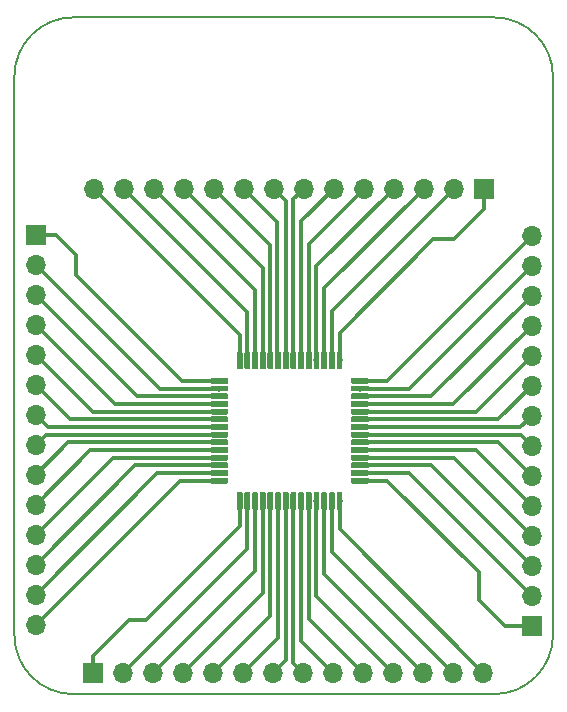
<source format=gbr>
G04 #@! TF.GenerationSoftware,KiCad,Pcbnew,5.1.4-e60b266~84~ubuntu19.04.1*
G04 #@! TF.CreationDate,2019-08-10T13:04:58+03:00*
G04 #@! TF.ProjectId,BRK-QFP-56-10x10-P0.65,42524b2d-5146-4502-9d35-362d31307831,v1.0*
G04 #@! TF.SameCoordinates,Original*
G04 #@! TF.FileFunction,Copper,L1,Top*
G04 #@! TF.FilePolarity,Positive*
%FSLAX46Y46*%
G04 Gerber Fmt 4.6, Leading zero omitted, Abs format (unit mm)*
G04 Created by KiCad (PCBNEW 5.1.4-e60b266~84~ubuntu19.04.1) date 2019-08-10 13:04:58*
%MOMM*%
%LPD*%
G04 APERTURE LIST*
%ADD10C,0.150000*%
%ADD11C,0.100000*%
%ADD12C,0.500000*%
%ADD13R,1.700000X1.700000*%
%ADD14O,1.700000X1.700000*%
%ADD15C,0.300000*%
G04 APERTURE END LIST*
D10*
X76400000Y-27600000D02*
G75*
G02X81400000Y-32600000I0J-5000000D01*
G01*
X35800000Y-32600000D02*
G75*
G02X40800000Y-27600000I5000000J0D01*
G01*
X81400000Y-79900000D02*
G75*
G02X76400000Y-84900000I-5000000J0D01*
G01*
X40800000Y-84900000D02*
G75*
G02X35800000Y-79900000I0J5000000D01*
G01*
X76400000Y-84900000D02*
X40800000Y-84900000D01*
X81400000Y-32600000D02*
X81400000Y-79900000D01*
X40800000Y-27600000D02*
X76400000Y-27600000D01*
X35800000Y-79900000D02*
X35800000Y-32600000D01*
D11*
G36*
X55012252Y-55900602D02*
G01*
X55024386Y-55902402D01*
X55036286Y-55905382D01*
X55047835Y-55909515D01*
X55058925Y-55914760D01*
X55069446Y-55921066D01*
X55079299Y-55928374D01*
X55088388Y-55936612D01*
X55096626Y-55945701D01*
X55103934Y-55955554D01*
X55110240Y-55966075D01*
X55115485Y-55977165D01*
X55119618Y-55988714D01*
X55122598Y-56000614D01*
X55124398Y-56012748D01*
X55125000Y-56025000D01*
X55125000Y-57275000D01*
X55124398Y-57287252D01*
X55122598Y-57299386D01*
X55119618Y-57311286D01*
X55115485Y-57322835D01*
X55110240Y-57333925D01*
X55103934Y-57344446D01*
X55096626Y-57354299D01*
X55088388Y-57363388D01*
X55079299Y-57371626D01*
X55069446Y-57378934D01*
X55058925Y-57385240D01*
X55047835Y-57390485D01*
X55036286Y-57394618D01*
X55024386Y-57397598D01*
X55012252Y-57399398D01*
X55000000Y-57400000D01*
X54750000Y-57400000D01*
X54737748Y-57399398D01*
X54725614Y-57397598D01*
X54713714Y-57394618D01*
X54702165Y-57390485D01*
X54691075Y-57385240D01*
X54680554Y-57378934D01*
X54670701Y-57371626D01*
X54661612Y-57363388D01*
X54653374Y-57354299D01*
X54646066Y-57344446D01*
X54639760Y-57333925D01*
X54634515Y-57322835D01*
X54630382Y-57311286D01*
X54627402Y-57299386D01*
X54625602Y-57287252D01*
X54625000Y-57275000D01*
X54625000Y-56025000D01*
X54625602Y-56012748D01*
X54627402Y-56000614D01*
X54630382Y-55988714D01*
X54634515Y-55977165D01*
X54639760Y-55966075D01*
X54646066Y-55955554D01*
X54653374Y-55945701D01*
X54661612Y-55936612D01*
X54670701Y-55928374D01*
X54680554Y-55921066D01*
X54691075Y-55914760D01*
X54702165Y-55909515D01*
X54713714Y-55905382D01*
X54725614Y-55902402D01*
X54737748Y-55900602D01*
X54750000Y-55900000D01*
X55000000Y-55900000D01*
X55012252Y-55900602D01*
X55012252Y-55900602D01*
G37*
D12*
X54875000Y-56650000D03*
D11*
G36*
X55662252Y-55900602D02*
G01*
X55674386Y-55902402D01*
X55686286Y-55905382D01*
X55697835Y-55909515D01*
X55708925Y-55914760D01*
X55719446Y-55921066D01*
X55729299Y-55928374D01*
X55738388Y-55936612D01*
X55746626Y-55945701D01*
X55753934Y-55955554D01*
X55760240Y-55966075D01*
X55765485Y-55977165D01*
X55769618Y-55988714D01*
X55772598Y-56000614D01*
X55774398Y-56012748D01*
X55775000Y-56025000D01*
X55775000Y-57275000D01*
X55774398Y-57287252D01*
X55772598Y-57299386D01*
X55769618Y-57311286D01*
X55765485Y-57322835D01*
X55760240Y-57333925D01*
X55753934Y-57344446D01*
X55746626Y-57354299D01*
X55738388Y-57363388D01*
X55729299Y-57371626D01*
X55719446Y-57378934D01*
X55708925Y-57385240D01*
X55697835Y-57390485D01*
X55686286Y-57394618D01*
X55674386Y-57397598D01*
X55662252Y-57399398D01*
X55650000Y-57400000D01*
X55400000Y-57400000D01*
X55387748Y-57399398D01*
X55375614Y-57397598D01*
X55363714Y-57394618D01*
X55352165Y-57390485D01*
X55341075Y-57385240D01*
X55330554Y-57378934D01*
X55320701Y-57371626D01*
X55311612Y-57363388D01*
X55303374Y-57354299D01*
X55296066Y-57344446D01*
X55289760Y-57333925D01*
X55284515Y-57322835D01*
X55280382Y-57311286D01*
X55277402Y-57299386D01*
X55275602Y-57287252D01*
X55275000Y-57275000D01*
X55275000Y-56025000D01*
X55275602Y-56012748D01*
X55277402Y-56000614D01*
X55280382Y-55988714D01*
X55284515Y-55977165D01*
X55289760Y-55966075D01*
X55296066Y-55955554D01*
X55303374Y-55945701D01*
X55311612Y-55936612D01*
X55320701Y-55928374D01*
X55330554Y-55921066D01*
X55341075Y-55914760D01*
X55352165Y-55909515D01*
X55363714Y-55905382D01*
X55375614Y-55902402D01*
X55387748Y-55900602D01*
X55400000Y-55900000D01*
X55650000Y-55900000D01*
X55662252Y-55900602D01*
X55662252Y-55900602D01*
G37*
D12*
X55525000Y-56650000D03*
D11*
G36*
X56312252Y-55900602D02*
G01*
X56324386Y-55902402D01*
X56336286Y-55905382D01*
X56347835Y-55909515D01*
X56358925Y-55914760D01*
X56369446Y-55921066D01*
X56379299Y-55928374D01*
X56388388Y-55936612D01*
X56396626Y-55945701D01*
X56403934Y-55955554D01*
X56410240Y-55966075D01*
X56415485Y-55977165D01*
X56419618Y-55988714D01*
X56422598Y-56000614D01*
X56424398Y-56012748D01*
X56425000Y-56025000D01*
X56425000Y-57275000D01*
X56424398Y-57287252D01*
X56422598Y-57299386D01*
X56419618Y-57311286D01*
X56415485Y-57322835D01*
X56410240Y-57333925D01*
X56403934Y-57344446D01*
X56396626Y-57354299D01*
X56388388Y-57363388D01*
X56379299Y-57371626D01*
X56369446Y-57378934D01*
X56358925Y-57385240D01*
X56347835Y-57390485D01*
X56336286Y-57394618D01*
X56324386Y-57397598D01*
X56312252Y-57399398D01*
X56300000Y-57400000D01*
X56050000Y-57400000D01*
X56037748Y-57399398D01*
X56025614Y-57397598D01*
X56013714Y-57394618D01*
X56002165Y-57390485D01*
X55991075Y-57385240D01*
X55980554Y-57378934D01*
X55970701Y-57371626D01*
X55961612Y-57363388D01*
X55953374Y-57354299D01*
X55946066Y-57344446D01*
X55939760Y-57333925D01*
X55934515Y-57322835D01*
X55930382Y-57311286D01*
X55927402Y-57299386D01*
X55925602Y-57287252D01*
X55925000Y-57275000D01*
X55925000Y-56025000D01*
X55925602Y-56012748D01*
X55927402Y-56000614D01*
X55930382Y-55988714D01*
X55934515Y-55977165D01*
X55939760Y-55966075D01*
X55946066Y-55955554D01*
X55953374Y-55945701D01*
X55961612Y-55936612D01*
X55970701Y-55928374D01*
X55980554Y-55921066D01*
X55991075Y-55914760D01*
X56002165Y-55909515D01*
X56013714Y-55905382D01*
X56025614Y-55902402D01*
X56037748Y-55900602D01*
X56050000Y-55900000D01*
X56300000Y-55900000D01*
X56312252Y-55900602D01*
X56312252Y-55900602D01*
G37*
D12*
X56175000Y-56650000D03*
D11*
G36*
X56962252Y-55900602D02*
G01*
X56974386Y-55902402D01*
X56986286Y-55905382D01*
X56997835Y-55909515D01*
X57008925Y-55914760D01*
X57019446Y-55921066D01*
X57029299Y-55928374D01*
X57038388Y-55936612D01*
X57046626Y-55945701D01*
X57053934Y-55955554D01*
X57060240Y-55966075D01*
X57065485Y-55977165D01*
X57069618Y-55988714D01*
X57072598Y-56000614D01*
X57074398Y-56012748D01*
X57075000Y-56025000D01*
X57075000Y-57275000D01*
X57074398Y-57287252D01*
X57072598Y-57299386D01*
X57069618Y-57311286D01*
X57065485Y-57322835D01*
X57060240Y-57333925D01*
X57053934Y-57344446D01*
X57046626Y-57354299D01*
X57038388Y-57363388D01*
X57029299Y-57371626D01*
X57019446Y-57378934D01*
X57008925Y-57385240D01*
X56997835Y-57390485D01*
X56986286Y-57394618D01*
X56974386Y-57397598D01*
X56962252Y-57399398D01*
X56950000Y-57400000D01*
X56700000Y-57400000D01*
X56687748Y-57399398D01*
X56675614Y-57397598D01*
X56663714Y-57394618D01*
X56652165Y-57390485D01*
X56641075Y-57385240D01*
X56630554Y-57378934D01*
X56620701Y-57371626D01*
X56611612Y-57363388D01*
X56603374Y-57354299D01*
X56596066Y-57344446D01*
X56589760Y-57333925D01*
X56584515Y-57322835D01*
X56580382Y-57311286D01*
X56577402Y-57299386D01*
X56575602Y-57287252D01*
X56575000Y-57275000D01*
X56575000Y-56025000D01*
X56575602Y-56012748D01*
X56577402Y-56000614D01*
X56580382Y-55988714D01*
X56584515Y-55977165D01*
X56589760Y-55966075D01*
X56596066Y-55955554D01*
X56603374Y-55945701D01*
X56611612Y-55936612D01*
X56620701Y-55928374D01*
X56630554Y-55921066D01*
X56641075Y-55914760D01*
X56652165Y-55909515D01*
X56663714Y-55905382D01*
X56675614Y-55902402D01*
X56687748Y-55900602D01*
X56700000Y-55900000D01*
X56950000Y-55900000D01*
X56962252Y-55900602D01*
X56962252Y-55900602D01*
G37*
D12*
X56825000Y-56650000D03*
D11*
G36*
X57612252Y-55900602D02*
G01*
X57624386Y-55902402D01*
X57636286Y-55905382D01*
X57647835Y-55909515D01*
X57658925Y-55914760D01*
X57669446Y-55921066D01*
X57679299Y-55928374D01*
X57688388Y-55936612D01*
X57696626Y-55945701D01*
X57703934Y-55955554D01*
X57710240Y-55966075D01*
X57715485Y-55977165D01*
X57719618Y-55988714D01*
X57722598Y-56000614D01*
X57724398Y-56012748D01*
X57725000Y-56025000D01*
X57725000Y-57275000D01*
X57724398Y-57287252D01*
X57722598Y-57299386D01*
X57719618Y-57311286D01*
X57715485Y-57322835D01*
X57710240Y-57333925D01*
X57703934Y-57344446D01*
X57696626Y-57354299D01*
X57688388Y-57363388D01*
X57679299Y-57371626D01*
X57669446Y-57378934D01*
X57658925Y-57385240D01*
X57647835Y-57390485D01*
X57636286Y-57394618D01*
X57624386Y-57397598D01*
X57612252Y-57399398D01*
X57600000Y-57400000D01*
X57350000Y-57400000D01*
X57337748Y-57399398D01*
X57325614Y-57397598D01*
X57313714Y-57394618D01*
X57302165Y-57390485D01*
X57291075Y-57385240D01*
X57280554Y-57378934D01*
X57270701Y-57371626D01*
X57261612Y-57363388D01*
X57253374Y-57354299D01*
X57246066Y-57344446D01*
X57239760Y-57333925D01*
X57234515Y-57322835D01*
X57230382Y-57311286D01*
X57227402Y-57299386D01*
X57225602Y-57287252D01*
X57225000Y-57275000D01*
X57225000Y-56025000D01*
X57225602Y-56012748D01*
X57227402Y-56000614D01*
X57230382Y-55988714D01*
X57234515Y-55977165D01*
X57239760Y-55966075D01*
X57246066Y-55955554D01*
X57253374Y-55945701D01*
X57261612Y-55936612D01*
X57270701Y-55928374D01*
X57280554Y-55921066D01*
X57291075Y-55914760D01*
X57302165Y-55909515D01*
X57313714Y-55905382D01*
X57325614Y-55902402D01*
X57337748Y-55900602D01*
X57350000Y-55900000D01*
X57600000Y-55900000D01*
X57612252Y-55900602D01*
X57612252Y-55900602D01*
G37*
D12*
X57475000Y-56650000D03*
D11*
G36*
X58262252Y-55900602D02*
G01*
X58274386Y-55902402D01*
X58286286Y-55905382D01*
X58297835Y-55909515D01*
X58308925Y-55914760D01*
X58319446Y-55921066D01*
X58329299Y-55928374D01*
X58338388Y-55936612D01*
X58346626Y-55945701D01*
X58353934Y-55955554D01*
X58360240Y-55966075D01*
X58365485Y-55977165D01*
X58369618Y-55988714D01*
X58372598Y-56000614D01*
X58374398Y-56012748D01*
X58375000Y-56025000D01*
X58375000Y-57275000D01*
X58374398Y-57287252D01*
X58372598Y-57299386D01*
X58369618Y-57311286D01*
X58365485Y-57322835D01*
X58360240Y-57333925D01*
X58353934Y-57344446D01*
X58346626Y-57354299D01*
X58338388Y-57363388D01*
X58329299Y-57371626D01*
X58319446Y-57378934D01*
X58308925Y-57385240D01*
X58297835Y-57390485D01*
X58286286Y-57394618D01*
X58274386Y-57397598D01*
X58262252Y-57399398D01*
X58250000Y-57400000D01*
X58000000Y-57400000D01*
X57987748Y-57399398D01*
X57975614Y-57397598D01*
X57963714Y-57394618D01*
X57952165Y-57390485D01*
X57941075Y-57385240D01*
X57930554Y-57378934D01*
X57920701Y-57371626D01*
X57911612Y-57363388D01*
X57903374Y-57354299D01*
X57896066Y-57344446D01*
X57889760Y-57333925D01*
X57884515Y-57322835D01*
X57880382Y-57311286D01*
X57877402Y-57299386D01*
X57875602Y-57287252D01*
X57875000Y-57275000D01*
X57875000Y-56025000D01*
X57875602Y-56012748D01*
X57877402Y-56000614D01*
X57880382Y-55988714D01*
X57884515Y-55977165D01*
X57889760Y-55966075D01*
X57896066Y-55955554D01*
X57903374Y-55945701D01*
X57911612Y-55936612D01*
X57920701Y-55928374D01*
X57930554Y-55921066D01*
X57941075Y-55914760D01*
X57952165Y-55909515D01*
X57963714Y-55905382D01*
X57975614Y-55902402D01*
X57987748Y-55900602D01*
X58000000Y-55900000D01*
X58250000Y-55900000D01*
X58262252Y-55900602D01*
X58262252Y-55900602D01*
G37*
D12*
X58125000Y-56650000D03*
D11*
G36*
X58912252Y-55900602D02*
G01*
X58924386Y-55902402D01*
X58936286Y-55905382D01*
X58947835Y-55909515D01*
X58958925Y-55914760D01*
X58969446Y-55921066D01*
X58979299Y-55928374D01*
X58988388Y-55936612D01*
X58996626Y-55945701D01*
X59003934Y-55955554D01*
X59010240Y-55966075D01*
X59015485Y-55977165D01*
X59019618Y-55988714D01*
X59022598Y-56000614D01*
X59024398Y-56012748D01*
X59025000Y-56025000D01*
X59025000Y-57275000D01*
X59024398Y-57287252D01*
X59022598Y-57299386D01*
X59019618Y-57311286D01*
X59015485Y-57322835D01*
X59010240Y-57333925D01*
X59003934Y-57344446D01*
X58996626Y-57354299D01*
X58988388Y-57363388D01*
X58979299Y-57371626D01*
X58969446Y-57378934D01*
X58958925Y-57385240D01*
X58947835Y-57390485D01*
X58936286Y-57394618D01*
X58924386Y-57397598D01*
X58912252Y-57399398D01*
X58900000Y-57400000D01*
X58650000Y-57400000D01*
X58637748Y-57399398D01*
X58625614Y-57397598D01*
X58613714Y-57394618D01*
X58602165Y-57390485D01*
X58591075Y-57385240D01*
X58580554Y-57378934D01*
X58570701Y-57371626D01*
X58561612Y-57363388D01*
X58553374Y-57354299D01*
X58546066Y-57344446D01*
X58539760Y-57333925D01*
X58534515Y-57322835D01*
X58530382Y-57311286D01*
X58527402Y-57299386D01*
X58525602Y-57287252D01*
X58525000Y-57275000D01*
X58525000Y-56025000D01*
X58525602Y-56012748D01*
X58527402Y-56000614D01*
X58530382Y-55988714D01*
X58534515Y-55977165D01*
X58539760Y-55966075D01*
X58546066Y-55955554D01*
X58553374Y-55945701D01*
X58561612Y-55936612D01*
X58570701Y-55928374D01*
X58580554Y-55921066D01*
X58591075Y-55914760D01*
X58602165Y-55909515D01*
X58613714Y-55905382D01*
X58625614Y-55902402D01*
X58637748Y-55900602D01*
X58650000Y-55900000D01*
X58900000Y-55900000D01*
X58912252Y-55900602D01*
X58912252Y-55900602D01*
G37*
D12*
X58775000Y-56650000D03*
D11*
G36*
X59562252Y-55900602D02*
G01*
X59574386Y-55902402D01*
X59586286Y-55905382D01*
X59597835Y-55909515D01*
X59608925Y-55914760D01*
X59619446Y-55921066D01*
X59629299Y-55928374D01*
X59638388Y-55936612D01*
X59646626Y-55945701D01*
X59653934Y-55955554D01*
X59660240Y-55966075D01*
X59665485Y-55977165D01*
X59669618Y-55988714D01*
X59672598Y-56000614D01*
X59674398Y-56012748D01*
X59675000Y-56025000D01*
X59675000Y-57275000D01*
X59674398Y-57287252D01*
X59672598Y-57299386D01*
X59669618Y-57311286D01*
X59665485Y-57322835D01*
X59660240Y-57333925D01*
X59653934Y-57344446D01*
X59646626Y-57354299D01*
X59638388Y-57363388D01*
X59629299Y-57371626D01*
X59619446Y-57378934D01*
X59608925Y-57385240D01*
X59597835Y-57390485D01*
X59586286Y-57394618D01*
X59574386Y-57397598D01*
X59562252Y-57399398D01*
X59550000Y-57400000D01*
X59300000Y-57400000D01*
X59287748Y-57399398D01*
X59275614Y-57397598D01*
X59263714Y-57394618D01*
X59252165Y-57390485D01*
X59241075Y-57385240D01*
X59230554Y-57378934D01*
X59220701Y-57371626D01*
X59211612Y-57363388D01*
X59203374Y-57354299D01*
X59196066Y-57344446D01*
X59189760Y-57333925D01*
X59184515Y-57322835D01*
X59180382Y-57311286D01*
X59177402Y-57299386D01*
X59175602Y-57287252D01*
X59175000Y-57275000D01*
X59175000Y-56025000D01*
X59175602Y-56012748D01*
X59177402Y-56000614D01*
X59180382Y-55988714D01*
X59184515Y-55977165D01*
X59189760Y-55966075D01*
X59196066Y-55955554D01*
X59203374Y-55945701D01*
X59211612Y-55936612D01*
X59220701Y-55928374D01*
X59230554Y-55921066D01*
X59241075Y-55914760D01*
X59252165Y-55909515D01*
X59263714Y-55905382D01*
X59275614Y-55902402D01*
X59287748Y-55900602D01*
X59300000Y-55900000D01*
X59550000Y-55900000D01*
X59562252Y-55900602D01*
X59562252Y-55900602D01*
G37*
D12*
X59425000Y-56650000D03*
D11*
G36*
X60212252Y-55900602D02*
G01*
X60224386Y-55902402D01*
X60236286Y-55905382D01*
X60247835Y-55909515D01*
X60258925Y-55914760D01*
X60269446Y-55921066D01*
X60279299Y-55928374D01*
X60288388Y-55936612D01*
X60296626Y-55945701D01*
X60303934Y-55955554D01*
X60310240Y-55966075D01*
X60315485Y-55977165D01*
X60319618Y-55988714D01*
X60322598Y-56000614D01*
X60324398Y-56012748D01*
X60325000Y-56025000D01*
X60325000Y-57275000D01*
X60324398Y-57287252D01*
X60322598Y-57299386D01*
X60319618Y-57311286D01*
X60315485Y-57322835D01*
X60310240Y-57333925D01*
X60303934Y-57344446D01*
X60296626Y-57354299D01*
X60288388Y-57363388D01*
X60279299Y-57371626D01*
X60269446Y-57378934D01*
X60258925Y-57385240D01*
X60247835Y-57390485D01*
X60236286Y-57394618D01*
X60224386Y-57397598D01*
X60212252Y-57399398D01*
X60200000Y-57400000D01*
X59950000Y-57400000D01*
X59937748Y-57399398D01*
X59925614Y-57397598D01*
X59913714Y-57394618D01*
X59902165Y-57390485D01*
X59891075Y-57385240D01*
X59880554Y-57378934D01*
X59870701Y-57371626D01*
X59861612Y-57363388D01*
X59853374Y-57354299D01*
X59846066Y-57344446D01*
X59839760Y-57333925D01*
X59834515Y-57322835D01*
X59830382Y-57311286D01*
X59827402Y-57299386D01*
X59825602Y-57287252D01*
X59825000Y-57275000D01*
X59825000Y-56025000D01*
X59825602Y-56012748D01*
X59827402Y-56000614D01*
X59830382Y-55988714D01*
X59834515Y-55977165D01*
X59839760Y-55966075D01*
X59846066Y-55955554D01*
X59853374Y-55945701D01*
X59861612Y-55936612D01*
X59870701Y-55928374D01*
X59880554Y-55921066D01*
X59891075Y-55914760D01*
X59902165Y-55909515D01*
X59913714Y-55905382D01*
X59925614Y-55902402D01*
X59937748Y-55900602D01*
X59950000Y-55900000D01*
X60200000Y-55900000D01*
X60212252Y-55900602D01*
X60212252Y-55900602D01*
G37*
D12*
X60075000Y-56650000D03*
D11*
G36*
X60862252Y-55900602D02*
G01*
X60874386Y-55902402D01*
X60886286Y-55905382D01*
X60897835Y-55909515D01*
X60908925Y-55914760D01*
X60919446Y-55921066D01*
X60929299Y-55928374D01*
X60938388Y-55936612D01*
X60946626Y-55945701D01*
X60953934Y-55955554D01*
X60960240Y-55966075D01*
X60965485Y-55977165D01*
X60969618Y-55988714D01*
X60972598Y-56000614D01*
X60974398Y-56012748D01*
X60975000Y-56025000D01*
X60975000Y-57275000D01*
X60974398Y-57287252D01*
X60972598Y-57299386D01*
X60969618Y-57311286D01*
X60965485Y-57322835D01*
X60960240Y-57333925D01*
X60953934Y-57344446D01*
X60946626Y-57354299D01*
X60938388Y-57363388D01*
X60929299Y-57371626D01*
X60919446Y-57378934D01*
X60908925Y-57385240D01*
X60897835Y-57390485D01*
X60886286Y-57394618D01*
X60874386Y-57397598D01*
X60862252Y-57399398D01*
X60850000Y-57400000D01*
X60600000Y-57400000D01*
X60587748Y-57399398D01*
X60575614Y-57397598D01*
X60563714Y-57394618D01*
X60552165Y-57390485D01*
X60541075Y-57385240D01*
X60530554Y-57378934D01*
X60520701Y-57371626D01*
X60511612Y-57363388D01*
X60503374Y-57354299D01*
X60496066Y-57344446D01*
X60489760Y-57333925D01*
X60484515Y-57322835D01*
X60480382Y-57311286D01*
X60477402Y-57299386D01*
X60475602Y-57287252D01*
X60475000Y-57275000D01*
X60475000Y-56025000D01*
X60475602Y-56012748D01*
X60477402Y-56000614D01*
X60480382Y-55988714D01*
X60484515Y-55977165D01*
X60489760Y-55966075D01*
X60496066Y-55955554D01*
X60503374Y-55945701D01*
X60511612Y-55936612D01*
X60520701Y-55928374D01*
X60530554Y-55921066D01*
X60541075Y-55914760D01*
X60552165Y-55909515D01*
X60563714Y-55905382D01*
X60575614Y-55902402D01*
X60587748Y-55900602D01*
X60600000Y-55900000D01*
X60850000Y-55900000D01*
X60862252Y-55900602D01*
X60862252Y-55900602D01*
G37*
D12*
X60725000Y-56650000D03*
D11*
G36*
X61512252Y-55900602D02*
G01*
X61524386Y-55902402D01*
X61536286Y-55905382D01*
X61547835Y-55909515D01*
X61558925Y-55914760D01*
X61569446Y-55921066D01*
X61579299Y-55928374D01*
X61588388Y-55936612D01*
X61596626Y-55945701D01*
X61603934Y-55955554D01*
X61610240Y-55966075D01*
X61615485Y-55977165D01*
X61619618Y-55988714D01*
X61622598Y-56000614D01*
X61624398Y-56012748D01*
X61625000Y-56025000D01*
X61625000Y-57275000D01*
X61624398Y-57287252D01*
X61622598Y-57299386D01*
X61619618Y-57311286D01*
X61615485Y-57322835D01*
X61610240Y-57333925D01*
X61603934Y-57344446D01*
X61596626Y-57354299D01*
X61588388Y-57363388D01*
X61579299Y-57371626D01*
X61569446Y-57378934D01*
X61558925Y-57385240D01*
X61547835Y-57390485D01*
X61536286Y-57394618D01*
X61524386Y-57397598D01*
X61512252Y-57399398D01*
X61500000Y-57400000D01*
X61250000Y-57400000D01*
X61237748Y-57399398D01*
X61225614Y-57397598D01*
X61213714Y-57394618D01*
X61202165Y-57390485D01*
X61191075Y-57385240D01*
X61180554Y-57378934D01*
X61170701Y-57371626D01*
X61161612Y-57363388D01*
X61153374Y-57354299D01*
X61146066Y-57344446D01*
X61139760Y-57333925D01*
X61134515Y-57322835D01*
X61130382Y-57311286D01*
X61127402Y-57299386D01*
X61125602Y-57287252D01*
X61125000Y-57275000D01*
X61125000Y-56025000D01*
X61125602Y-56012748D01*
X61127402Y-56000614D01*
X61130382Y-55988714D01*
X61134515Y-55977165D01*
X61139760Y-55966075D01*
X61146066Y-55955554D01*
X61153374Y-55945701D01*
X61161612Y-55936612D01*
X61170701Y-55928374D01*
X61180554Y-55921066D01*
X61191075Y-55914760D01*
X61202165Y-55909515D01*
X61213714Y-55905382D01*
X61225614Y-55902402D01*
X61237748Y-55900602D01*
X61250000Y-55900000D01*
X61500000Y-55900000D01*
X61512252Y-55900602D01*
X61512252Y-55900602D01*
G37*
D12*
X61375000Y-56650000D03*
D11*
G36*
X62162252Y-55900602D02*
G01*
X62174386Y-55902402D01*
X62186286Y-55905382D01*
X62197835Y-55909515D01*
X62208925Y-55914760D01*
X62219446Y-55921066D01*
X62229299Y-55928374D01*
X62238388Y-55936612D01*
X62246626Y-55945701D01*
X62253934Y-55955554D01*
X62260240Y-55966075D01*
X62265485Y-55977165D01*
X62269618Y-55988714D01*
X62272598Y-56000614D01*
X62274398Y-56012748D01*
X62275000Y-56025000D01*
X62275000Y-57275000D01*
X62274398Y-57287252D01*
X62272598Y-57299386D01*
X62269618Y-57311286D01*
X62265485Y-57322835D01*
X62260240Y-57333925D01*
X62253934Y-57344446D01*
X62246626Y-57354299D01*
X62238388Y-57363388D01*
X62229299Y-57371626D01*
X62219446Y-57378934D01*
X62208925Y-57385240D01*
X62197835Y-57390485D01*
X62186286Y-57394618D01*
X62174386Y-57397598D01*
X62162252Y-57399398D01*
X62150000Y-57400000D01*
X61900000Y-57400000D01*
X61887748Y-57399398D01*
X61875614Y-57397598D01*
X61863714Y-57394618D01*
X61852165Y-57390485D01*
X61841075Y-57385240D01*
X61830554Y-57378934D01*
X61820701Y-57371626D01*
X61811612Y-57363388D01*
X61803374Y-57354299D01*
X61796066Y-57344446D01*
X61789760Y-57333925D01*
X61784515Y-57322835D01*
X61780382Y-57311286D01*
X61777402Y-57299386D01*
X61775602Y-57287252D01*
X61775000Y-57275000D01*
X61775000Y-56025000D01*
X61775602Y-56012748D01*
X61777402Y-56000614D01*
X61780382Y-55988714D01*
X61784515Y-55977165D01*
X61789760Y-55966075D01*
X61796066Y-55955554D01*
X61803374Y-55945701D01*
X61811612Y-55936612D01*
X61820701Y-55928374D01*
X61830554Y-55921066D01*
X61841075Y-55914760D01*
X61852165Y-55909515D01*
X61863714Y-55905382D01*
X61875614Y-55902402D01*
X61887748Y-55900602D01*
X61900000Y-55900000D01*
X62150000Y-55900000D01*
X62162252Y-55900602D01*
X62162252Y-55900602D01*
G37*
D12*
X62025000Y-56650000D03*
D11*
G36*
X62812252Y-55900602D02*
G01*
X62824386Y-55902402D01*
X62836286Y-55905382D01*
X62847835Y-55909515D01*
X62858925Y-55914760D01*
X62869446Y-55921066D01*
X62879299Y-55928374D01*
X62888388Y-55936612D01*
X62896626Y-55945701D01*
X62903934Y-55955554D01*
X62910240Y-55966075D01*
X62915485Y-55977165D01*
X62919618Y-55988714D01*
X62922598Y-56000614D01*
X62924398Y-56012748D01*
X62925000Y-56025000D01*
X62925000Y-57275000D01*
X62924398Y-57287252D01*
X62922598Y-57299386D01*
X62919618Y-57311286D01*
X62915485Y-57322835D01*
X62910240Y-57333925D01*
X62903934Y-57344446D01*
X62896626Y-57354299D01*
X62888388Y-57363388D01*
X62879299Y-57371626D01*
X62869446Y-57378934D01*
X62858925Y-57385240D01*
X62847835Y-57390485D01*
X62836286Y-57394618D01*
X62824386Y-57397598D01*
X62812252Y-57399398D01*
X62800000Y-57400000D01*
X62550000Y-57400000D01*
X62537748Y-57399398D01*
X62525614Y-57397598D01*
X62513714Y-57394618D01*
X62502165Y-57390485D01*
X62491075Y-57385240D01*
X62480554Y-57378934D01*
X62470701Y-57371626D01*
X62461612Y-57363388D01*
X62453374Y-57354299D01*
X62446066Y-57344446D01*
X62439760Y-57333925D01*
X62434515Y-57322835D01*
X62430382Y-57311286D01*
X62427402Y-57299386D01*
X62425602Y-57287252D01*
X62425000Y-57275000D01*
X62425000Y-56025000D01*
X62425602Y-56012748D01*
X62427402Y-56000614D01*
X62430382Y-55988714D01*
X62434515Y-55977165D01*
X62439760Y-55966075D01*
X62446066Y-55955554D01*
X62453374Y-55945701D01*
X62461612Y-55936612D01*
X62470701Y-55928374D01*
X62480554Y-55921066D01*
X62491075Y-55914760D01*
X62502165Y-55909515D01*
X62513714Y-55905382D01*
X62525614Y-55902402D01*
X62537748Y-55900602D01*
X62550000Y-55900000D01*
X62800000Y-55900000D01*
X62812252Y-55900602D01*
X62812252Y-55900602D01*
G37*
D12*
X62675000Y-56650000D03*
D11*
G36*
X63462252Y-55900602D02*
G01*
X63474386Y-55902402D01*
X63486286Y-55905382D01*
X63497835Y-55909515D01*
X63508925Y-55914760D01*
X63519446Y-55921066D01*
X63529299Y-55928374D01*
X63538388Y-55936612D01*
X63546626Y-55945701D01*
X63553934Y-55955554D01*
X63560240Y-55966075D01*
X63565485Y-55977165D01*
X63569618Y-55988714D01*
X63572598Y-56000614D01*
X63574398Y-56012748D01*
X63575000Y-56025000D01*
X63575000Y-57275000D01*
X63574398Y-57287252D01*
X63572598Y-57299386D01*
X63569618Y-57311286D01*
X63565485Y-57322835D01*
X63560240Y-57333925D01*
X63553934Y-57344446D01*
X63546626Y-57354299D01*
X63538388Y-57363388D01*
X63529299Y-57371626D01*
X63519446Y-57378934D01*
X63508925Y-57385240D01*
X63497835Y-57390485D01*
X63486286Y-57394618D01*
X63474386Y-57397598D01*
X63462252Y-57399398D01*
X63450000Y-57400000D01*
X63200000Y-57400000D01*
X63187748Y-57399398D01*
X63175614Y-57397598D01*
X63163714Y-57394618D01*
X63152165Y-57390485D01*
X63141075Y-57385240D01*
X63130554Y-57378934D01*
X63120701Y-57371626D01*
X63111612Y-57363388D01*
X63103374Y-57354299D01*
X63096066Y-57344446D01*
X63089760Y-57333925D01*
X63084515Y-57322835D01*
X63080382Y-57311286D01*
X63077402Y-57299386D01*
X63075602Y-57287252D01*
X63075000Y-57275000D01*
X63075000Y-56025000D01*
X63075602Y-56012748D01*
X63077402Y-56000614D01*
X63080382Y-55988714D01*
X63084515Y-55977165D01*
X63089760Y-55966075D01*
X63096066Y-55955554D01*
X63103374Y-55945701D01*
X63111612Y-55936612D01*
X63120701Y-55928374D01*
X63130554Y-55921066D01*
X63141075Y-55914760D01*
X63152165Y-55909515D01*
X63163714Y-55905382D01*
X63175614Y-55902402D01*
X63187748Y-55900602D01*
X63200000Y-55900000D01*
X63450000Y-55900000D01*
X63462252Y-55900602D01*
X63462252Y-55900602D01*
G37*
D12*
X63325000Y-56650000D03*
D11*
G36*
X65687252Y-58125602D02*
G01*
X65699386Y-58127402D01*
X65711286Y-58130382D01*
X65722835Y-58134515D01*
X65733925Y-58139760D01*
X65744446Y-58146066D01*
X65754299Y-58153374D01*
X65763388Y-58161612D01*
X65771626Y-58170701D01*
X65778934Y-58180554D01*
X65785240Y-58191075D01*
X65790485Y-58202165D01*
X65794618Y-58213714D01*
X65797598Y-58225614D01*
X65799398Y-58237748D01*
X65800000Y-58250000D01*
X65800000Y-58500000D01*
X65799398Y-58512252D01*
X65797598Y-58524386D01*
X65794618Y-58536286D01*
X65790485Y-58547835D01*
X65785240Y-58558925D01*
X65778934Y-58569446D01*
X65771626Y-58579299D01*
X65763388Y-58588388D01*
X65754299Y-58596626D01*
X65744446Y-58603934D01*
X65733925Y-58610240D01*
X65722835Y-58615485D01*
X65711286Y-58619618D01*
X65699386Y-58622598D01*
X65687252Y-58624398D01*
X65675000Y-58625000D01*
X64425000Y-58625000D01*
X64412748Y-58624398D01*
X64400614Y-58622598D01*
X64388714Y-58619618D01*
X64377165Y-58615485D01*
X64366075Y-58610240D01*
X64355554Y-58603934D01*
X64345701Y-58596626D01*
X64336612Y-58588388D01*
X64328374Y-58579299D01*
X64321066Y-58569446D01*
X64314760Y-58558925D01*
X64309515Y-58547835D01*
X64305382Y-58536286D01*
X64302402Y-58524386D01*
X64300602Y-58512252D01*
X64300000Y-58500000D01*
X64300000Y-58250000D01*
X64300602Y-58237748D01*
X64302402Y-58225614D01*
X64305382Y-58213714D01*
X64309515Y-58202165D01*
X64314760Y-58191075D01*
X64321066Y-58180554D01*
X64328374Y-58170701D01*
X64336612Y-58161612D01*
X64345701Y-58153374D01*
X64355554Y-58146066D01*
X64366075Y-58139760D01*
X64377165Y-58134515D01*
X64388714Y-58130382D01*
X64400614Y-58127402D01*
X64412748Y-58125602D01*
X64425000Y-58125000D01*
X65675000Y-58125000D01*
X65687252Y-58125602D01*
X65687252Y-58125602D01*
G37*
D12*
X65050000Y-58375000D03*
D11*
G36*
X65687252Y-58775602D02*
G01*
X65699386Y-58777402D01*
X65711286Y-58780382D01*
X65722835Y-58784515D01*
X65733925Y-58789760D01*
X65744446Y-58796066D01*
X65754299Y-58803374D01*
X65763388Y-58811612D01*
X65771626Y-58820701D01*
X65778934Y-58830554D01*
X65785240Y-58841075D01*
X65790485Y-58852165D01*
X65794618Y-58863714D01*
X65797598Y-58875614D01*
X65799398Y-58887748D01*
X65800000Y-58900000D01*
X65800000Y-59150000D01*
X65799398Y-59162252D01*
X65797598Y-59174386D01*
X65794618Y-59186286D01*
X65790485Y-59197835D01*
X65785240Y-59208925D01*
X65778934Y-59219446D01*
X65771626Y-59229299D01*
X65763388Y-59238388D01*
X65754299Y-59246626D01*
X65744446Y-59253934D01*
X65733925Y-59260240D01*
X65722835Y-59265485D01*
X65711286Y-59269618D01*
X65699386Y-59272598D01*
X65687252Y-59274398D01*
X65675000Y-59275000D01*
X64425000Y-59275000D01*
X64412748Y-59274398D01*
X64400614Y-59272598D01*
X64388714Y-59269618D01*
X64377165Y-59265485D01*
X64366075Y-59260240D01*
X64355554Y-59253934D01*
X64345701Y-59246626D01*
X64336612Y-59238388D01*
X64328374Y-59229299D01*
X64321066Y-59219446D01*
X64314760Y-59208925D01*
X64309515Y-59197835D01*
X64305382Y-59186286D01*
X64302402Y-59174386D01*
X64300602Y-59162252D01*
X64300000Y-59150000D01*
X64300000Y-58900000D01*
X64300602Y-58887748D01*
X64302402Y-58875614D01*
X64305382Y-58863714D01*
X64309515Y-58852165D01*
X64314760Y-58841075D01*
X64321066Y-58830554D01*
X64328374Y-58820701D01*
X64336612Y-58811612D01*
X64345701Y-58803374D01*
X64355554Y-58796066D01*
X64366075Y-58789760D01*
X64377165Y-58784515D01*
X64388714Y-58780382D01*
X64400614Y-58777402D01*
X64412748Y-58775602D01*
X64425000Y-58775000D01*
X65675000Y-58775000D01*
X65687252Y-58775602D01*
X65687252Y-58775602D01*
G37*
D12*
X65050000Y-59025000D03*
D11*
G36*
X65687252Y-59425602D02*
G01*
X65699386Y-59427402D01*
X65711286Y-59430382D01*
X65722835Y-59434515D01*
X65733925Y-59439760D01*
X65744446Y-59446066D01*
X65754299Y-59453374D01*
X65763388Y-59461612D01*
X65771626Y-59470701D01*
X65778934Y-59480554D01*
X65785240Y-59491075D01*
X65790485Y-59502165D01*
X65794618Y-59513714D01*
X65797598Y-59525614D01*
X65799398Y-59537748D01*
X65800000Y-59550000D01*
X65800000Y-59800000D01*
X65799398Y-59812252D01*
X65797598Y-59824386D01*
X65794618Y-59836286D01*
X65790485Y-59847835D01*
X65785240Y-59858925D01*
X65778934Y-59869446D01*
X65771626Y-59879299D01*
X65763388Y-59888388D01*
X65754299Y-59896626D01*
X65744446Y-59903934D01*
X65733925Y-59910240D01*
X65722835Y-59915485D01*
X65711286Y-59919618D01*
X65699386Y-59922598D01*
X65687252Y-59924398D01*
X65675000Y-59925000D01*
X64425000Y-59925000D01*
X64412748Y-59924398D01*
X64400614Y-59922598D01*
X64388714Y-59919618D01*
X64377165Y-59915485D01*
X64366075Y-59910240D01*
X64355554Y-59903934D01*
X64345701Y-59896626D01*
X64336612Y-59888388D01*
X64328374Y-59879299D01*
X64321066Y-59869446D01*
X64314760Y-59858925D01*
X64309515Y-59847835D01*
X64305382Y-59836286D01*
X64302402Y-59824386D01*
X64300602Y-59812252D01*
X64300000Y-59800000D01*
X64300000Y-59550000D01*
X64300602Y-59537748D01*
X64302402Y-59525614D01*
X64305382Y-59513714D01*
X64309515Y-59502165D01*
X64314760Y-59491075D01*
X64321066Y-59480554D01*
X64328374Y-59470701D01*
X64336612Y-59461612D01*
X64345701Y-59453374D01*
X64355554Y-59446066D01*
X64366075Y-59439760D01*
X64377165Y-59434515D01*
X64388714Y-59430382D01*
X64400614Y-59427402D01*
X64412748Y-59425602D01*
X64425000Y-59425000D01*
X65675000Y-59425000D01*
X65687252Y-59425602D01*
X65687252Y-59425602D01*
G37*
D12*
X65050000Y-59675000D03*
D11*
G36*
X65687252Y-60075602D02*
G01*
X65699386Y-60077402D01*
X65711286Y-60080382D01*
X65722835Y-60084515D01*
X65733925Y-60089760D01*
X65744446Y-60096066D01*
X65754299Y-60103374D01*
X65763388Y-60111612D01*
X65771626Y-60120701D01*
X65778934Y-60130554D01*
X65785240Y-60141075D01*
X65790485Y-60152165D01*
X65794618Y-60163714D01*
X65797598Y-60175614D01*
X65799398Y-60187748D01*
X65800000Y-60200000D01*
X65800000Y-60450000D01*
X65799398Y-60462252D01*
X65797598Y-60474386D01*
X65794618Y-60486286D01*
X65790485Y-60497835D01*
X65785240Y-60508925D01*
X65778934Y-60519446D01*
X65771626Y-60529299D01*
X65763388Y-60538388D01*
X65754299Y-60546626D01*
X65744446Y-60553934D01*
X65733925Y-60560240D01*
X65722835Y-60565485D01*
X65711286Y-60569618D01*
X65699386Y-60572598D01*
X65687252Y-60574398D01*
X65675000Y-60575000D01*
X64425000Y-60575000D01*
X64412748Y-60574398D01*
X64400614Y-60572598D01*
X64388714Y-60569618D01*
X64377165Y-60565485D01*
X64366075Y-60560240D01*
X64355554Y-60553934D01*
X64345701Y-60546626D01*
X64336612Y-60538388D01*
X64328374Y-60529299D01*
X64321066Y-60519446D01*
X64314760Y-60508925D01*
X64309515Y-60497835D01*
X64305382Y-60486286D01*
X64302402Y-60474386D01*
X64300602Y-60462252D01*
X64300000Y-60450000D01*
X64300000Y-60200000D01*
X64300602Y-60187748D01*
X64302402Y-60175614D01*
X64305382Y-60163714D01*
X64309515Y-60152165D01*
X64314760Y-60141075D01*
X64321066Y-60130554D01*
X64328374Y-60120701D01*
X64336612Y-60111612D01*
X64345701Y-60103374D01*
X64355554Y-60096066D01*
X64366075Y-60089760D01*
X64377165Y-60084515D01*
X64388714Y-60080382D01*
X64400614Y-60077402D01*
X64412748Y-60075602D01*
X64425000Y-60075000D01*
X65675000Y-60075000D01*
X65687252Y-60075602D01*
X65687252Y-60075602D01*
G37*
D12*
X65050000Y-60325000D03*
D11*
G36*
X65687252Y-60725602D02*
G01*
X65699386Y-60727402D01*
X65711286Y-60730382D01*
X65722835Y-60734515D01*
X65733925Y-60739760D01*
X65744446Y-60746066D01*
X65754299Y-60753374D01*
X65763388Y-60761612D01*
X65771626Y-60770701D01*
X65778934Y-60780554D01*
X65785240Y-60791075D01*
X65790485Y-60802165D01*
X65794618Y-60813714D01*
X65797598Y-60825614D01*
X65799398Y-60837748D01*
X65800000Y-60850000D01*
X65800000Y-61100000D01*
X65799398Y-61112252D01*
X65797598Y-61124386D01*
X65794618Y-61136286D01*
X65790485Y-61147835D01*
X65785240Y-61158925D01*
X65778934Y-61169446D01*
X65771626Y-61179299D01*
X65763388Y-61188388D01*
X65754299Y-61196626D01*
X65744446Y-61203934D01*
X65733925Y-61210240D01*
X65722835Y-61215485D01*
X65711286Y-61219618D01*
X65699386Y-61222598D01*
X65687252Y-61224398D01*
X65675000Y-61225000D01*
X64425000Y-61225000D01*
X64412748Y-61224398D01*
X64400614Y-61222598D01*
X64388714Y-61219618D01*
X64377165Y-61215485D01*
X64366075Y-61210240D01*
X64355554Y-61203934D01*
X64345701Y-61196626D01*
X64336612Y-61188388D01*
X64328374Y-61179299D01*
X64321066Y-61169446D01*
X64314760Y-61158925D01*
X64309515Y-61147835D01*
X64305382Y-61136286D01*
X64302402Y-61124386D01*
X64300602Y-61112252D01*
X64300000Y-61100000D01*
X64300000Y-60850000D01*
X64300602Y-60837748D01*
X64302402Y-60825614D01*
X64305382Y-60813714D01*
X64309515Y-60802165D01*
X64314760Y-60791075D01*
X64321066Y-60780554D01*
X64328374Y-60770701D01*
X64336612Y-60761612D01*
X64345701Y-60753374D01*
X64355554Y-60746066D01*
X64366075Y-60739760D01*
X64377165Y-60734515D01*
X64388714Y-60730382D01*
X64400614Y-60727402D01*
X64412748Y-60725602D01*
X64425000Y-60725000D01*
X65675000Y-60725000D01*
X65687252Y-60725602D01*
X65687252Y-60725602D01*
G37*
D12*
X65050000Y-60975000D03*
D11*
G36*
X65687252Y-61375602D02*
G01*
X65699386Y-61377402D01*
X65711286Y-61380382D01*
X65722835Y-61384515D01*
X65733925Y-61389760D01*
X65744446Y-61396066D01*
X65754299Y-61403374D01*
X65763388Y-61411612D01*
X65771626Y-61420701D01*
X65778934Y-61430554D01*
X65785240Y-61441075D01*
X65790485Y-61452165D01*
X65794618Y-61463714D01*
X65797598Y-61475614D01*
X65799398Y-61487748D01*
X65800000Y-61500000D01*
X65800000Y-61750000D01*
X65799398Y-61762252D01*
X65797598Y-61774386D01*
X65794618Y-61786286D01*
X65790485Y-61797835D01*
X65785240Y-61808925D01*
X65778934Y-61819446D01*
X65771626Y-61829299D01*
X65763388Y-61838388D01*
X65754299Y-61846626D01*
X65744446Y-61853934D01*
X65733925Y-61860240D01*
X65722835Y-61865485D01*
X65711286Y-61869618D01*
X65699386Y-61872598D01*
X65687252Y-61874398D01*
X65675000Y-61875000D01*
X64425000Y-61875000D01*
X64412748Y-61874398D01*
X64400614Y-61872598D01*
X64388714Y-61869618D01*
X64377165Y-61865485D01*
X64366075Y-61860240D01*
X64355554Y-61853934D01*
X64345701Y-61846626D01*
X64336612Y-61838388D01*
X64328374Y-61829299D01*
X64321066Y-61819446D01*
X64314760Y-61808925D01*
X64309515Y-61797835D01*
X64305382Y-61786286D01*
X64302402Y-61774386D01*
X64300602Y-61762252D01*
X64300000Y-61750000D01*
X64300000Y-61500000D01*
X64300602Y-61487748D01*
X64302402Y-61475614D01*
X64305382Y-61463714D01*
X64309515Y-61452165D01*
X64314760Y-61441075D01*
X64321066Y-61430554D01*
X64328374Y-61420701D01*
X64336612Y-61411612D01*
X64345701Y-61403374D01*
X64355554Y-61396066D01*
X64366075Y-61389760D01*
X64377165Y-61384515D01*
X64388714Y-61380382D01*
X64400614Y-61377402D01*
X64412748Y-61375602D01*
X64425000Y-61375000D01*
X65675000Y-61375000D01*
X65687252Y-61375602D01*
X65687252Y-61375602D01*
G37*
D12*
X65050000Y-61625000D03*
D11*
G36*
X65687252Y-62025602D02*
G01*
X65699386Y-62027402D01*
X65711286Y-62030382D01*
X65722835Y-62034515D01*
X65733925Y-62039760D01*
X65744446Y-62046066D01*
X65754299Y-62053374D01*
X65763388Y-62061612D01*
X65771626Y-62070701D01*
X65778934Y-62080554D01*
X65785240Y-62091075D01*
X65790485Y-62102165D01*
X65794618Y-62113714D01*
X65797598Y-62125614D01*
X65799398Y-62137748D01*
X65800000Y-62150000D01*
X65800000Y-62400000D01*
X65799398Y-62412252D01*
X65797598Y-62424386D01*
X65794618Y-62436286D01*
X65790485Y-62447835D01*
X65785240Y-62458925D01*
X65778934Y-62469446D01*
X65771626Y-62479299D01*
X65763388Y-62488388D01*
X65754299Y-62496626D01*
X65744446Y-62503934D01*
X65733925Y-62510240D01*
X65722835Y-62515485D01*
X65711286Y-62519618D01*
X65699386Y-62522598D01*
X65687252Y-62524398D01*
X65675000Y-62525000D01*
X64425000Y-62525000D01*
X64412748Y-62524398D01*
X64400614Y-62522598D01*
X64388714Y-62519618D01*
X64377165Y-62515485D01*
X64366075Y-62510240D01*
X64355554Y-62503934D01*
X64345701Y-62496626D01*
X64336612Y-62488388D01*
X64328374Y-62479299D01*
X64321066Y-62469446D01*
X64314760Y-62458925D01*
X64309515Y-62447835D01*
X64305382Y-62436286D01*
X64302402Y-62424386D01*
X64300602Y-62412252D01*
X64300000Y-62400000D01*
X64300000Y-62150000D01*
X64300602Y-62137748D01*
X64302402Y-62125614D01*
X64305382Y-62113714D01*
X64309515Y-62102165D01*
X64314760Y-62091075D01*
X64321066Y-62080554D01*
X64328374Y-62070701D01*
X64336612Y-62061612D01*
X64345701Y-62053374D01*
X64355554Y-62046066D01*
X64366075Y-62039760D01*
X64377165Y-62034515D01*
X64388714Y-62030382D01*
X64400614Y-62027402D01*
X64412748Y-62025602D01*
X64425000Y-62025000D01*
X65675000Y-62025000D01*
X65687252Y-62025602D01*
X65687252Y-62025602D01*
G37*
D12*
X65050000Y-62275000D03*
D11*
G36*
X65687252Y-62675602D02*
G01*
X65699386Y-62677402D01*
X65711286Y-62680382D01*
X65722835Y-62684515D01*
X65733925Y-62689760D01*
X65744446Y-62696066D01*
X65754299Y-62703374D01*
X65763388Y-62711612D01*
X65771626Y-62720701D01*
X65778934Y-62730554D01*
X65785240Y-62741075D01*
X65790485Y-62752165D01*
X65794618Y-62763714D01*
X65797598Y-62775614D01*
X65799398Y-62787748D01*
X65800000Y-62800000D01*
X65800000Y-63050000D01*
X65799398Y-63062252D01*
X65797598Y-63074386D01*
X65794618Y-63086286D01*
X65790485Y-63097835D01*
X65785240Y-63108925D01*
X65778934Y-63119446D01*
X65771626Y-63129299D01*
X65763388Y-63138388D01*
X65754299Y-63146626D01*
X65744446Y-63153934D01*
X65733925Y-63160240D01*
X65722835Y-63165485D01*
X65711286Y-63169618D01*
X65699386Y-63172598D01*
X65687252Y-63174398D01*
X65675000Y-63175000D01*
X64425000Y-63175000D01*
X64412748Y-63174398D01*
X64400614Y-63172598D01*
X64388714Y-63169618D01*
X64377165Y-63165485D01*
X64366075Y-63160240D01*
X64355554Y-63153934D01*
X64345701Y-63146626D01*
X64336612Y-63138388D01*
X64328374Y-63129299D01*
X64321066Y-63119446D01*
X64314760Y-63108925D01*
X64309515Y-63097835D01*
X64305382Y-63086286D01*
X64302402Y-63074386D01*
X64300602Y-63062252D01*
X64300000Y-63050000D01*
X64300000Y-62800000D01*
X64300602Y-62787748D01*
X64302402Y-62775614D01*
X64305382Y-62763714D01*
X64309515Y-62752165D01*
X64314760Y-62741075D01*
X64321066Y-62730554D01*
X64328374Y-62720701D01*
X64336612Y-62711612D01*
X64345701Y-62703374D01*
X64355554Y-62696066D01*
X64366075Y-62689760D01*
X64377165Y-62684515D01*
X64388714Y-62680382D01*
X64400614Y-62677402D01*
X64412748Y-62675602D01*
X64425000Y-62675000D01*
X65675000Y-62675000D01*
X65687252Y-62675602D01*
X65687252Y-62675602D01*
G37*
D12*
X65050000Y-62925000D03*
D11*
G36*
X65687252Y-63325602D02*
G01*
X65699386Y-63327402D01*
X65711286Y-63330382D01*
X65722835Y-63334515D01*
X65733925Y-63339760D01*
X65744446Y-63346066D01*
X65754299Y-63353374D01*
X65763388Y-63361612D01*
X65771626Y-63370701D01*
X65778934Y-63380554D01*
X65785240Y-63391075D01*
X65790485Y-63402165D01*
X65794618Y-63413714D01*
X65797598Y-63425614D01*
X65799398Y-63437748D01*
X65800000Y-63450000D01*
X65800000Y-63700000D01*
X65799398Y-63712252D01*
X65797598Y-63724386D01*
X65794618Y-63736286D01*
X65790485Y-63747835D01*
X65785240Y-63758925D01*
X65778934Y-63769446D01*
X65771626Y-63779299D01*
X65763388Y-63788388D01*
X65754299Y-63796626D01*
X65744446Y-63803934D01*
X65733925Y-63810240D01*
X65722835Y-63815485D01*
X65711286Y-63819618D01*
X65699386Y-63822598D01*
X65687252Y-63824398D01*
X65675000Y-63825000D01*
X64425000Y-63825000D01*
X64412748Y-63824398D01*
X64400614Y-63822598D01*
X64388714Y-63819618D01*
X64377165Y-63815485D01*
X64366075Y-63810240D01*
X64355554Y-63803934D01*
X64345701Y-63796626D01*
X64336612Y-63788388D01*
X64328374Y-63779299D01*
X64321066Y-63769446D01*
X64314760Y-63758925D01*
X64309515Y-63747835D01*
X64305382Y-63736286D01*
X64302402Y-63724386D01*
X64300602Y-63712252D01*
X64300000Y-63700000D01*
X64300000Y-63450000D01*
X64300602Y-63437748D01*
X64302402Y-63425614D01*
X64305382Y-63413714D01*
X64309515Y-63402165D01*
X64314760Y-63391075D01*
X64321066Y-63380554D01*
X64328374Y-63370701D01*
X64336612Y-63361612D01*
X64345701Y-63353374D01*
X64355554Y-63346066D01*
X64366075Y-63339760D01*
X64377165Y-63334515D01*
X64388714Y-63330382D01*
X64400614Y-63327402D01*
X64412748Y-63325602D01*
X64425000Y-63325000D01*
X65675000Y-63325000D01*
X65687252Y-63325602D01*
X65687252Y-63325602D01*
G37*
D12*
X65050000Y-63575000D03*
D11*
G36*
X65687252Y-63975602D02*
G01*
X65699386Y-63977402D01*
X65711286Y-63980382D01*
X65722835Y-63984515D01*
X65733925Y-63989760D01*
X65744446Y-63996066D01*
X65754299Y-64003374D01*
X65763388Y-64011612D01*
X65771626Y-64020701D01*
X65778934Y-64030554D01*
X65785240Y-64041075D01*
X65790485Y-64052165D01*
X65794618Y-64063714D01*
X65797598Y-64075614D01*
X65799398Y-64087748D01*
X65800000Y-64100000D01*
X65800000Y-64350000D01*
X65799398Y-64362252D01*
X65797598Y-64374386D01*
X65794618Y-64386286D01*
X65790485Y-64397835D01*
X65785240Y-64408925D01*
X65778934Y-64419446D01*
X65771626Y-64429299D01*
X65763388Y-64438388D01*
X65754299Y-64446626D01*
X65744446Y-64453934D01*
X65733925Y-64460240D01*
X65722835Y-64465485D01*
X65711286Y-64469618D01*
X65699386Y-64472598D01*
X65687252Y-64474398D01*
X65675000Y-64475000D01*
X64425000Y-64475000D01*
X64412748Y-64474398D01*
X64400614Y-64472598D01*
X64388714Y-64469618D01*
X64377165Y-64465485D01*
X64366075Y-64460240D01*
X64355554Y-64453934D01*
X64345701Y-64446626D01*
X64336612Y-64438388D01*
X64328374Y-64429299D01*
X64321066Y-64419446D01*
X64314760Y-64408925D01*
X64309515Y-64397835D01*
X64305382Y-64386286D01*
X64302402Y-64374386D01*
X64300602Y-64362252D01*
X64300000Y-64350000D01*
X64300000Y-64100000D01*
X64300602Y-64087748D01*
X64302402Y-64075614D01*
X64305382Y-64063714D01*
X64309515Y-64052165D01*
X64314760Y-64041075D01*
X64321066Y-64030554D01*
X64328374Y-64020701D01*
X64336612Y-64011612D01*
X64345701Y-64003374D01*
X64355554Y-63996066D01*
X64366075Y-63989760D01*
X64377165Y-63984515D01*
X64388714Y-63980382D01*
X64400614Y-63977402D01*
X64412748Y-63975602D01*
X64425000Y-63975000D01*
X65675000Y-63975000D01*
X65687252Y-63975602D01*
X65687252Y-63975602D01*
G37*
D12*
X65050000Y-64225000D03*
D11*
G36*
X65687252Y-64625602D02*
G01*
X65699386Y-64627402D01*
X65711286Y-64630382D01*
X65722835Y-64634515D01*
X65733925Y-64639760D01*
X65744446Y-64646066D01*
X65754299Y-64653374D01*
X65763388Y-64661612D01*
X65771626Y-64670701D01*
X65778934Y-64680554D01*
X65785240Y-64691075D01*
X65790485Y-64702165D01*
X65794618Y-64713714D01*
X65797598Y-64725614D01*
X65799398Y-64737748D01*
X65800000Y-64750000D01*
X65800000Y-65000000D01*
X65799398Y-65012252D01*
X65797598Y-65024386D01*
X65794618Y-65036286D01*
X65790485Y-65047835D01*
X65785240Y-65058925D01*
X65778934Y-65069446D01*
X65771626Y-65079299D01*
X65763388Y-65088388D01*
X65754299Y-65096626D01*
X65744446Y-65103934D01*
X65733925Y-65110240D01*
X65722835Y-65115485D01*
X65711286Y-65119618D01*
X65699386Y-65122598D01*
X65687252Y-65124398D01*
X65675000Y-65125000D01*
X64425000Y-65125000D01*
X64412748Y-65124398D01*
X64400614Y-65122598D01*
X64388714Y-65119618D01*
X64377165Y-65115485D01*
X64366075Y-65110240D01*
X64355554Y-65103934D01*
X64345701Y-65096626D01*
X64336612Y-65088388D01*
X64328374Y-65079299D01*
X64321066Y-65069446D01*
X64314760Y-65058925D01*
X64309515Y-65047835D01*
X64305382Y-65036286D01*
X64302402Y-65024386D01*
X64300602Y-65012252D01*
X64300000Y-65000000D01*
X64300000Y-64750000D01*
X64300602Y-64737748D01*
X64302402Y-64725614D01*
X64305382Y-64713714D01*
X64309515Y-64702165D01*
X64314760Y-64691075D01*
X64321066Y-64680554D01*
X64328374Y-64670701D01*
X64336612Y-64661612D01*
X64345701Y-64653374D01*
X64355554Y-64646066D01*
X64366075Y-64639760D01*
X64377165Y-64634515D01*
X64388714Y-64630382D01*
X64400614Y-64627402D01*
X64412748Y-64625602D01*
X64425000Y-64625000D01*
X65675000Y-64625000D01*
X65687252Y-64625602D01*
X65687252Y-64625602D01*
G37*
D12*
X65050000Y-64875000D03*
D11*
G36*
X65687252Y-65275602D02*
G01*
X65699386Y-65277402D01*
X65711286Y-65280382D01*
X65722835Y-65284515D01*
X65733925Y-65289760D01*
X65744446Y-65296066D01*
X65754299Y-65303374D01*
X65763388Y-65311612D01*
X65771626Y-65320701D01*
X65778934Y-65330554D01*
X65785240Y-65341075D01*
X65790485Y-65352165D01*
X65794618Y-65363714D01*
X65797598Y-65375614D01*
X65799398Y-65387748D01*
X65800000Y-65400000D01*
X65800000Y-65650000D01*
X65799398Y-65662252D01*
X65797598Y-65674386D01*
X65794618Y-65686286D01*
X65790485Y-65697835D01*
X65785240Y-65708925D01*
X65778934Y-65719446D01*
X65771626Y-65729299D01*
X65763388Y-65738388D01*
X65754299Y-65746626D01*
X65744446Y-65753934D01*
X65733925Y-65760240D01*
X65722835Y-65765485D01*
X65711286Y-65769618D01*
X65699386Y-65772598D01*
X65687252Y-65774398D01*
X65675000Y-65775000D01*
X64425000Y-65775000D01*
X64412748Y-65774398D01*
X64400614Y-65772598D01*
X64388714Y-65769618D01*
X64377165Y-65765485D01*
X64366075Y-65760240D01*
X64355554Y-65753934D01*
X64345701Y-65746626D01*
X64336612Y-65738388D01*
X64328374Y-65729299D01*
X64321066Y-65719446D01*
X64314760Y-65708925D01*
X64309515Y-65697835D01*
X64305382Y-65686286D01*
X64302402Y-65674386D01*
X64300602Y-65662252D01*
X64300000Y-65650000D01*
X64300000Y-65400000D01*
X64300602Y-65387748D01*
X64302402Y-65375614D01*
X64305382Y-65363714D01*
X64309515Y-65352165D01*
X64314760Y-65341075D01*
X64321066Y-65330554D01*
X64328374Y-65320701D01*
X64336612Y-65311612D01*
X64345701Y-65303374D01*
X64355554Y-65296066D01*
X64366075Y-65289760D01*
X64377165Y-65284515D01*
X64388714Y-65280382D01*
X64400614Y-65277402D01*
X64412748Y-65275602D01*
X64425000Y-65275000D01*
X65675000Y-65275000D01*
X65687252Y-65275602D01*
X65687252Y-65275602D01*
G37*
D12*
X65050000Y-65525000D03*
D11*
G36*
X65687252Y-65925602D02*
G01*
X65699386Y-65927402D01*
X65711286Y-65930382D01*
X65722835Y-65934515D01*
X65733925Y-65939760D01*
X65744446Y-65946066D01*
X65754299Y-65953374D01*
X65763388Y-65961612D01*
X65771626Y-65970701D01*
X65778934Y-65980554D01*
X65785240Y-65991075D01*
X65790485Y-66002165D01*
X65794618Y-66013714D01*
X65797598Y-66025614D01*
X65799398Y-66037748D01*
X65800000Y-66050000D01*
X65800000Y-66300000D01*
X65799398Y-66312252D01*
X65797598Y-66324386D01*
X65794618Y-66336286D01*
X65790485Y-66347835D01*
X65785240Y-66358925D01*
X65778934Y-66369446D01*
X65771626Y-66379299D01*
X65763388Y-66388388D01*
X65754299Y-66396626D01*
X65744446Y-66403934D01*
X65733925Y-66410240D01*
X65722835Y-66415485D01*
X65711286Y-66419618D01*
X65699386Y-66422598D01*
X65687252Y-66424398D01*
X65675000Y-66425000D01*
X64425000Y-66425000D01*
X64412748Y-66424398D01*
X64400614Y-66422598D01*
X64388714Y-66419618D01*
X64377165Y-66415485D01*
X64366075Y-66410240D01*
X64355554Y-66403934D01*
X64345701Y-66396626D01*
X64336612Y-66388388D01*
X64328374Y-66379299D01*
X64321066Y-66369446D01*
X64314760Y-66358925D01*
X64309515Y-66347835D01*
X64305382Y-66336286D01*
X64302402Y-66324386D01*
X64300602Y-66312252D01*
X64300000Y-66300000D01*
X64300000Y-66050000D01*
X64300602Y-66037748D01*
X64302402Y-66025614D01*
X64305382Y-66013714D01*
X64309515Y-66002165D01*
X64314760Y-65991075D01*
X64321066Y-65980554D01*
X64328374Y-65970701D01*
X64336612Y-65961612D01*
X64345701Y-65953374D01*
X64355554Y-65946066D01*
X64366075Y-65939760D01*
X64377165Y-65934515D01*
X64388714Y-65930382D01*
X64400614Y-65927402D01*
X64412748Y-65925602D01*
X64425000Y-65925000D01*
X65675000Y-65925000D01*
X65687252Y-65925602D01*
X65687252Y-65925602D01*
G37*
D12*
X65050000Y-66175000D03*
D11*
G36*
X65687252Y-66575602D02*
G01*
X65699386Y-66577402D01*
X65711286Y-66580382D01*
X65722835Y-66584515D01*
X65733925Y-66589760D01*
X65744446Y-66596066D01*
X65754299Y-66603374D01*
X65763388Y-66611612D01*
X65771626Y-66620701D01*
X65778934Y-66630554D01*
X65785240Y-66641075D01*
X65790485Y-66652165D01*
X65794618Y-66663714D01*
X65797598Y-66675614D01*
X65799398Y-66687748D01*
X65800000Y-66700000D01*
X65800000Y-66950000D01*
X65799398Y-66962252D01*
X65797598Y-66974386D01*
X65794618Y-66986286D01*
X65790485Y-66997835D01*
X65785240Y-67008925D01*
X65778934Y-67019446D01*
X65771626Y-67029299D01*
X65763388Y-67038388D01*
X65754299Y-67046626D01*
X65744446Y-67053934D01*
X65733925Y-67060240D01*
X65722835Y-67065485D01*
X65711286Y-67069618D01*
X65699386Y-67072598D01*
X65687252Y-67074398D01*
X65675000Y-67075000D01*
X64425000Y-67075000D01*
X64412748Y-67074398D01*
X64400614Y-67072598D01*
X64388714Y-67069618D01*
X64377165Y-67065485D01*
X64366075Y-67060240D01*
X64355554Y-67053934D01*
X64345701Y-67046626D01*
X64336612Y-67038388D01*
X64328374Y-67029299D01*
X64321066Y-67019446D01*
X64314760Y-67008925D01*
X64309515Y-66997835D01*
X64305382Y-66986286D01*
X64302402Y-66974386D01*
X64300602Y-66962252D01*
X64300000Y-66950000D01*
X64300000Y-66700000D01*
X64300602Y-66687748D01*
X64302402Y-66675614D01*
X64305382Y-66663714D01*
X64309515Y-66652165D01*
X64314760Y-66641075D01*
X64321066Y-66630554D01*
X64328374Y-66620701D01*
X64336612Y-66611612D01*
X64345701Y-66603374D01*
X64355554Y-66596066D01*
X64366075Y-66589760D01*
X64377165Y-66584515D01*
X64388714Y-66580382D01*
X64400614Y-66577402D01*
X64412748Y-66575602D01*
X64425000Y-66575000D01*
X65675000Y-66575000D01*
X65687252Y-66575602D01*
X65687252Y-66575602D01*
G37*
D12*
X65050000Y-66825000D03*
D11*
G36*
X63462252Y-67800602D02*
G01*
X63474386Y-67802402D01*
X63486286Y-67805382D01*
X63497835Y-67809515D01*
X63508925Y-67814760D01*
X63519446Y-67821066D01*
X63529299Y-67828374D01*
X63538388Y-67836612D01*
X63546626Y-67845701D01*
X63553934Y-67855554D01*
X63560240Y-67866075D01*
X63565485Y-67877165D01*
X63569618Y-67888714D01*
X63572598Y-67900614D01*
X63574398Y-67912748D01*
X63575000Y-67925000D01*
X63575000Y-69175000D01*
X63574398Y-69187252D01*
X63572598Y-69199386D01*
X63569618Y-69211286D01*
X63565485Y-69222835D01*
X63560240Y-69233925D01*
X63553934Y-69244446D01*
X63546626Y-69254299D01*
X63538388Y-69263388D01*
X63529299Y-69271626D01*
X63519446Y-69278934D01*
X63508925Y-69285240D01*
X63497835Y-69290485D01*
X63486286Y-69294618D01*
X63474386Y-69297598D01*
X63462252Y-69299398D01*
X63450000Y-69300000D01*
X63200000Y-69300000D01*
X63187748Y-69299398D01*
X63175614Y-69297598D01*
X63163714Y-69294618D01*
X63152165Y-69290485D01*
X63141075Y-69285240D01*
X63130554Y-69278934D01*
X63120701Y-69271626D01*
X63111612Y-69263388D01*
X63103374Y-69254299D01*
X63096066Y-69244446D01*
X63089760Y-69233925D01*
X63084515Y-69222835D01*
X63080382Y-69211286D01*
X63077402Y-69199386D01*
X63075602Y-69187252D01*
X63075000Y-69175000D01*
X63075000Y-67925000D01*
X63075602Y-67912748D01*
X63077402Y-67900614D01*
X63080382Y-67888714D01*
X63084515Y-67877165D01*
X63089760Y-67866075D01*
X63096066Y-67855554D01*
X63103374Y-67845701D01*
X63111612Y-67836612D01*
X63120701Y-67828374D01*
X63130554Y-67821066D01*
X63141075Y-67814760D01*
X63152165Y-67809515D01*
X63163714Y-67805382D01*
X63175614Y-67802402D01*
X63187748Y-67800602D01*
X63200000Y-67800000D01*
X63450000Y-67800000D01*
X63462252Y-67800602D01*
X63462252Y-67800602D01*
G37*
D12*
X63325000Y-68550000D03*
D11*
G36*
X62812252Y-67800602D02*
G01*
X62824386Y-67802402D01*
X62836286Y-67805382D01*
X62847835Y-67809515D01*
X62858925Y-67814760D01*
X62869446Y-67821066D01*
X62879299Y-67828374D01*
X62888388Y-67836612D01*
X62896626Y-67845701D01*
X62903934Y-67855554D01*
X62910240Y-67866075D01*
X62915485Y-67877165D01*
X62919618Y-67888714D01*
X62922598Y-67900614D01*
X62924398Y-67912748D01*
X62925000Y-67925000D01*
X62925000Y-69175000D01*
X62924398Y-69187252D01*
X62922598Y-69199386D01*
X62919618Y-69211286D01*
X62915485Y-69222835D01*
X62910240Y-69233925D01*
X62903934Y-69244446D01*
X62896626Y-69254299D01*
X62888388Y-69263388D01*
X62879299Y-69271626D01*
X62869446Y-69278934D01*
X62858925Y-69285240D01*
X62847835Y-69290485D01*
X62836286Y-69294618D01*
X62824386Y-69297598D01*
X62812252Y-69299398D01*
X62800000Y-69300000D01*
X62550000Y-69300000D01*
X62537748Y-69299398D01*
X62525614Y-69297598D01*
X62513714Y-69294618D01*
X62502165Y-69290485D01*
X62491075Y-69285240D01*
X62480554Y-69278934D01*
X62470701Y-69271626D01*
X62461612Y-69263388D01*
X62453374Y-69254299D01*
X62446066Y-69244446D01*
X62439760Y-69233925D01*
X62434515Y-69222835D01*
X62430382Y-69211286D01*
X62427402Y-69199386D01*
X62425602Y-69187252D01*
X62425000Y-69175000D01*
X62425000Y-67925000D01*
X62425602Y-67912748D01*
X62427402Y-67900614D01*
X62430382Y-67888714D01*
X62434515Y-67877165D01*
X62439760Y-67866075D01*
X62446066Y-67855554D01*
X62453374Y-67845701D01*
X62461612Y-67836612D01*
X62470701Y-67828374D01*
X62480554Y-67821066D01*
X62491075Y-67814760D01*
X62502165Y-67809515D01*
X62513714Y-67805382D01*
X62525614Y-67802402D01*
X62537748Y-67800602D01*
X62550000Y-67800000D01*
X62800000Y-67800000D01*
X62812252Y-67800602D01*
X62812252Y-67800602D01*
G37*
D12*
X62675000Y-68550000D03*
D11*
G36*
X62162252Y-67800602D02*
G01*
X62174386Y-67802402D01*
X62186286Y-67805382D01*
X62197835Y-67809515D01*
X62208925Y-67814760D01*
X62219446Y-67821066D01*
X62229299Y-67828374D01*
X62238388Y-67836612D01*
X62246626Y-67845701D01*
X62253934Y-67855554D01*
X62260240Y-67866075D01*
X62265485Y-67877165D01*
X62269618Y-67888714D01*
X62272598Y-67900614D01*
X62274398Y-67912748D01*
X62275000Y-67925000D01*
X62275000Y-69175000D01*
X62274398Y-69187252D01*
X62272598Y-69199386D01*
X62269618Y-69211286D01*
X62265485Y-69222835D01*
X62260240Y-69233925D01*
X62253934Y-69244446D01*
X62246626Y-69254299D01*
X62238388Y-69263388D01*
X62229299Y-69271626D01*
X62219446Y-69278934D01*
X62208925Y-69285240D01*
X62197835Y-69290485D01*
X62186286Y-69294618D01*
X62174386Y-69297598D01*
X62162252Y-69299398D01*
X62150000Y-69300000D01*
X61900000Y-69300000D01*
X61887748Y-69299398D01*
X61875614Y-69297598D01*
X61863714Y-69294618D01*
X61852165Y-69290485D01*
X61841075Y-69285240D01*
X61830554Y-69278934D01*
X61820701Y-69271626D01*
X61811612Y-69263388D01*
X61803374Y-69254299D01*
X61796066Y-69244446D01*
X61789760Y-69233925D01*
X61784515Y-69222835D01*
X61780382Y-69211286D01*
X61777402Y-69199386D01*
X61775602Y-69187252D01*
X61775000Y-69175000D01*
X61775000Y-67925000D01*
X61775602Y-67912748D01*
X61777402Y-67900614D01*
X61780382Y-67888714D01*
X61784515Y-67877165D01*
X61789760Y-67866075D01*
X61796066Y-67855554D01*
X61803374Y-67845701D01*
X61811612Y-67836612D01*
X61820701Y-67828374D01*
X61830554Y-67821066D01*
X61841075Y-67814760D01*
X61852165Y-67809515D01*
X61863714Y-67805382D01*
X61875614Y-67802402D01*
X61887748Y-67800602D01*
X61900000Y-67800000D01*
X62150000Y-67800000D01*
X62162252Y-67800602D01*
X62162252Y-67800602D01*
G37*
D12*
X62025000Y-68550000D03*
D11*
G36*
X61512252Y-67800602D02*
G01*
X61524386Y-67802402D01*
X61536286Y-67805382D01*
X61547835Y-67809515D01*
X61558925Y-67814760D01*
X61569446Y-67821066D01*
X61579299Y-67828374D01*
X61588388Y-67836612D01*
X61596626Y-67845701D01*
X61603934Y-67855554D01*
X61610240Y-67866075D01*
X61615485Y-67877165D01*
X61619618Y-67888714D01*
X61622598Y-67900614D01*
X61624398Y-67912748D01*
X61625000Y-67925000D01*
X61625000Y-69175000D01*
X61624398Y-69187252D01*
X61622598Y-69199386D01*
X61619618Y-69211286D01*
X61615485Y-69222835D01*
X61610240Y-69233925D01*
X61603934Y-69244446D01*
X61596626Y-69254299D01*
X61588388Y-69263388D01*
X61579299Y-69271626D01*
X61569446Y-69278934D01*
X61558925Y-69285240D01*
X61547835Y-69290485D01*
X61536286Y-69294618D01*
X61524386Y-69297598D01*
X61512252Y-69299398D01*
X61500000Y-69300000D01*
X61250000Y-69300000D01*
X61237748Y-69299398D01*
X61225614Y-69297598D01*
X61213714Y-69294618D01*
X61202165Y-69290485D01*
X61191075Y-69285240D01*
X61180554Y-69278934D01*
X61170701Y-69271626D01*
X61161612Y-69263388D01*
X61153374Y-69254299D01*
X61146066Y-69244446D01*
X61139760Y-69233925D01*
X61134515Y-69222835D01*
X61130382Y-69211286D01*
X61127402Y-69199386D01*
X61125602Y-69187252D01*
X61125000Y-69175000D01*
X61125000Y-67925000D01*
X61125602Y-67912748D01*
X61127402Y-67900614D01*
X61130382Y-67888714D01*
X61134515Y-67877165D01*
X61139760Y-67866075D01*
X61146066Y-67855554D01*
X61153374Y-67845701D01*
X61161612Y-67836612D01*
X61170701Y-67828374D01*
X61180554Y-67821066D01*
X61191075Y-67814760D01*
X61202165Y-67809515D01*
X61213714Y-67805382D01*
X61225614Y-67802402D01*
X61237748Y-67800602D01*
X61250000Y-67800000D01*
X61500000Y-67800000D01*
X61512252Y-67800602D01*
X61512252Y-67800602D01*
G37*
D12*
X61375000Y-68550000D03*
D11*
G36*
X60862252Y-67800602D02*
G01*
X60874386Y-67802402D01*
X60886286Y-67805382D01*
X60897835Y-67809515D01*
X60908925Y-67814760D01*
X60919446Y-67821066D01*
X60929299Y-67828374D01*
X60938388Y-67836612D01*
X60946626Y-67845701D01*
X60953934Y-67855554D01*
X60960240Y-67866075D01*
X60965485Y-67877165D01*
X60969618Y-67888714D01*
X60972598Y-67900614D01*
X60974398Y-67912748D01*
X60975000Y-67925000D01*
X60975000Y-69175000D01*
X60974398Y-69187252D01*
X60972598Y-69199386D01*
X60969618Y-69211286D01*
X60965485Y-69222835D01*
X60960240Y-69233925D01*
X60953934Y-69244446D01*
X60946626Y-69254299D01*
X60938388Y-69263388D01*
X60929299Y-69271626D01*
X60919446Y-69278934D01*
X60908925Y-69285240D01*
X60897835Y-69290485D01*
X60886286Y-69294618D01*
X60874386Y-69297598D01*
X60862252Y-69299398D01*
X60850000Y-69300000D01*
X60600000Y-69300000D01*
X60587748Y-69299398D01*
X60575614Y-69297598D01*
X60563714Y-69294618D01*
X60552165Y-69290485D01*
X60541075Y-69285240D01*
X60530554Y-69278934D01*
X60520701Y-69271626D01*
X60511612Y-69263388D01*
X60503374Y-69254299D01*
X60496066Y-69244446D01*
X60489760Y-69233925D01*
X60484515Y-69222835D01*
X60480382Y-69211286D01*
X60477402Y-69199386D01*
X60475602Y-69187252D01*
X60475000Y-69175000D01*
X60475000Y-67925000D01*
X60475602Y-67912748D01*
X60477402Y-67900614D01*
X60480382Y-67888714D01*
X60484515Y-67877165D01*
X60489760Y-67866075D01*
X60496066Y-67855554D01*
X60503374Y-67845701D01*
X60511612Y-67836612D01*
X60520701Y-67828374D01*
X60530554Y-67821066D01*
X60541075Y-67814760D01*
X60552165Y-67809515D01*
X60563714Y-67805382D01*
X60575614Y-67802402D01*
X60587748Y-67800602D01*
X60600000Y-67800000D01*
X60850000Y-67800000D01*
X60862252Y-67800602D01*
X60862252Y-67800602D01*
G37*
D12*
X60725000Y-68550000D03*
D11*
G36*
X60212252Y-67800602D02*
G01*
X60224386Y-67802402D01*
X60236286Y-67805382D01*
X60247835Y-67809515D01*
X60258925Y-67814760D01*
X60269446Y-67821066D01*
X60279299Y-67828374D01*
X60288388Y-67836612D01*
X60296626Y-67845701D01*
X60303934Y-67855554D01*
X60310240Y-67866075D01*
X60315485Y-67877165D01*
X60319618Y-67888714D01*
X60322598Y-67900614D01*
X60324398Y-67912748D01*
X60325000Y-67925000D01*
X60325000Y-69175000D01*
X60324398Y-69187252D01*
X60322598Y-69199386D01*
X60319618Y-69211286D01*
X60315485Y-69222835D01*
X60310240Y-69233925D01*
X60303934Y-69244446D01*
X60296626Y-69254299D01*
X60288388Y-69263388D01*
X60279299Y-69271626D01*
X60269446Y-69278934D01*
X60258925Y-69285240D01*
X60247835Y-69290485D01*
X60236286Y-69294618D01*
X60224386Y-69297598D01*
X60212252Y-69299398D01*
X60200000Y-69300000D01*
X59950000Y-69300000D01*
X59937748Y-69299398D01*
X59925614Y-69297598D01*
X59913714Y-69294618D01*
X59902165Y-69290485D01*
X59891075Y-69285240D01*
X59880554Y-69278934D01*
X59870701Y-69271626D01*
X59861612Y-69263388D01*
X59853374Y-69254299D01*
X59846066Y-69244446D01*
X59839760Y-69233925D01*
X59834515Y-69222835D01*
X59830382Y-69211286D01*
X59827402Y-69199386D01*
X59825602Y-69187252D01*
X59825000Y-69175000D01*
X59825000Y-67925000D01*
X59825602Y-67912748D01*
X59827402Y-67900614D01*
X59830382Y-67888714D01*
X59834515Y-67877165D01*
X59839760Y-67866075D01*
X59846066Y-67855554D01*
X59853374Y-67845701D01*
X59861612Y-67836612D01*
X59870701Y-67828374D01*
X59880554Y-67821066D01*
X59891075Y-67814760D01*
X59902165Y-67809515D01*
X59913714Y-67805382D01*
X59925614Y-67802402D01*
X59937748Y-67800602D01*
X59950000Y-67800000D01*
X60200000Y-67800000D01*
X60212252Y-67800602D01*
X60212252Y-67800602D01*
G37*
D12*
X60075000Y-68550000D03*
D11*
G36*
X59562252Y-67800602D02*
G01*
X59574386Y-67802402D01*
X59586286Y-67805382D01*
X59597835Y-67809515D01*
X59608925Y-67814760D01*
X59619446Y-67821066D01*
X59629299Y-67828374D01*
X59638388Y-67836612D01*
X59646626Y-67845701D01*
X59653934Y-67855554D01*
X59660240Y-67866075D01*
X59665485Y-67877165D01*
X59669618Y-67888714D01*
X59672598Y-67900614D01*
X59674398Y-67912748D01*
X59675000Y-67925000D01*
X59675000Y-69175000D01*
X59674398Y-69187252D01*
X59672598Y-69199386D01*
X59669618Y-69211286D01*
X59665485Y-69222835D01*
X59660240Y-69233925D01*
X59653934Y-69244446D01*
X59646626Y-69254299D01*
X59638388Y-69263388D01*
X59629299Y-69271626D01*
X59619446Y-69278934D01*
X59608925Y-69285240D01*
X59597835Y-69290485D01*
X59586286Y-69294618D01*
X59574386Y-69297598D01*
X59562252Y-69299398D01*
X59550000Y-69300000D01*
X59300000Y-69300000D01*
X59287748Y-69299398D01*
X59275614Y-69297598D01*
X59263714Y-69294618D01*
X59252165Y-69290485D01*
X59241075Y-69285240D01*
X59230554Y-69278934D01*
X59220701Y-69271626D01*
X59211612Y-69263388D01*
X59203374Y-69254299D01*
X59196066Y-69244446D01*
X59189760Y-69233925D01*
X59184515Y-69222835D01*
X59180382Y-69211286D01*
X59177402Y-69199386D01*
X59175602Y-69187252D01*
X59175000Y-69175000D01*
X59175000Y-67925000D01*
X59175602Y-67912748D01*
X59177402Y-67900614D01*
X59180382Y-67888714D01*
X59184515Y-67877165D01*
X59189760Y-67866075D01*
X59196066Y-67855554D01*
X59203374Y-67845701D01*
X59211612Y-67836612D01*
X59220701Y-67828374D01*
X59230554Y-67821066D01*
X59241075Y-67814760D01*
X59252165Y-67809515D01*
X59263714Y-67805382D01*
X59275614Y-67802402D01*
X59287748Y-67800602D01*
X59300000Y-67800000D01*
X59550000Y-67800000D01*
X59562252Y-67800602D01*
X59562252Y-67800602D01*
G37*
D12*
X59425000Y-68550000D03*
D11*
G36*
X58912252Y-67800602D02*
G01*
X58924386Y-67802402D01*
X58936286Y-67805382D01*
X58947835Y-67809515D01*
X58958925Y-67814760D01*
X58969446Y-67821066D01*
X58979299Y-67828374D01*
X58988388Y-67836612D01*
X58996626Y-67845701D01*
X59003934Y-67855554D01*
X59010240Y-67866075D01*
X59015485Y-67877165D01*
X59019618Y-67888714D01*
X59022598Y-67900614D01*
X59024398Y-67912748D01*
X59025000Y-67925000D01*
X59025000Y-69175000D01*
X59024398Y-69187252D01*
X59022598Y-69199386D01*
X59019618Y-69211286D01*
X59015485Y-69222835D01*
X59010240Y-69233925D01*
X59003934Y-69244446D01*
X58996626Y-69254299D01*
X58988388Y-69263388D01*
X58979299Y-69271626D01*
X58969446Y-69278934D01*
X58958925Y-69285240D01*
X58947835Y-69290485D01*
X58936286Y-69294618D01*
X58924386Y-69297598D01*
X58912252Y-69299398D01*
X58900000Y-69300000D01*
X58650000Y-69300000D01*
X58637748Y-69299398D01*
X58625614Y-69297598D01*
X58613714Y-69294618D01*
X58602165Y-69290485D01*
X58591075Y-69285240D01*
X58580554Y-69278934D01*
X58570701Y-69271626D01*
X58561612Y-69263388D01*
X58553374Y-69254299D01*
X58546066Y-69244446D01*
X58539760Y-69233925D01*
X58534515Y-69222835D01*
X58530382Y-69211286D01*
X58527402Y-69199386D01*
X58525602Y-69187252D01*
X58525000Y-69175000D01*
X58525000Y-67925000D01*
X58525602Y-67912748D01*
X58527402Y-67900614D01*
X58530382Y-67888714D01*
X58534515Y-67877165D01*
X58539760Y-67866075D01*
X58546066Y-67855554D01*
X58553374Y-67845701D01*
X58561612Y-67836612D01*
X58570701Y-67828374D01*
X58580554Y-67821066D01*
X58591075Y-67814760D01*
X58602165Y-67809515D01*
X58613714Y-67805382D01*
X58625614Y-67802402D01*
X58637748Y-67800602D01*
X58650000Y-67800000D01*
X58900000Y-67800000D01*
X58912252Y-67800602D01*
X58912252Y-67800602D01*
G37*
D12*
X58775000Y-68550000D03*
D11*
G36*
X58262252Y-67800602D02*
G01*
X58274386Y-67802402D01*
X58286286Y-67805382D01*
X58297835Y-67809515D01*
X58308925Y-67814760D01*
X58319446Y-67821066D01*
X58329299Y-67828374D01*
X58338388Y-67836612D01*
X58346626Y-67845701D01*
X58353934Y-67855554D01*
X58360240Y-67866075D01*
X58365485Y-67877165D01*
X58369618Y-67888714D01*
X58372598Y-67900614D01*
X58374398Y-67912748D01*
X58375000Y-67925000D01*
X58375000Y-69175000D01*
X58374398Y-69187252D01*
X58372598Y-69199386D01*
X58369618Y-69211286D01*
X58365485Y-69222835D01*
X58360240Y-69233925D01*
X58353934Y-69244446D01*
X58346626Y-69254299D01*
X58338388Y-69263388D01*
X58329299Y-69271626D01*
X58319446Y-69278934D01*
X58308925Y-69285240D01*
X58297835Y-69290485D01*
X58286286Y-69294618D01*
X58274386Y-69297598D01*
X58262252Y-69299398D01*
X58250000Y-69300000D01*
X58000000Y-69300000D01*
X57987748Y-69299398D01*
X57975614Y-69297598D01*
X57963714Y-69294618D01*
X57952165Y-69290485D01*
X57941075Y-69285240D01*
X57930554Y-69278934D01*
X57920701Y-69271626D01*
X57911612Y-69263388D01*
X57903374Y-69254299D01*
X57896066Y-69244446D01*
X57889760Y-69233925D01*
X57884515Y-69222835D01*
X57880382Y-69211286D01*
X57877402Y-69199386D01*
X57875602Y-69187252D01*
X57875000Y-69175000D01*
X57875000Y-67925000D01*
X57875602Y-67912748D01*
X57877402Y-67900614D01*
X57880382Y-67888714D01*
X57884515Y-67877165D01*
X57889760Y-67866075D01*
X57896066Y-67855554D01*
X57903374Y-67845701D01*
X57911612Y-67836612D01*
X57920701Y-67828374D01*
X57930554Y-67821066D01*
X57941075Y-67814760D01*
X57952165Y-67809515D01*
X57963714Y-67805382D01*
X57975614Y-67802402D01*
X57987748Y-67800602D01*
X58000000Y-67800000D01*
X58250000Y-67800000D01*
X58262252Y-67800602D01*
X58262252Y-67800602D01*
G37*
D12*
X58125000Y-68550000D03*
D11*
G36*
X57612252Y-67800602D02*
G01*
X57624386Y-67802402D01*
X57636286Y-67805382D01*
X57647835Y-67809515D01*
X57658925Y-67814760D01*
X57669446Y-67821066D01*
X57679299Y-67828374D01*
X57688388Y-67836612D01*
X57696626Y-67845701D01*
X57703934Y-67855554D01*
X57710240Y-67866075D01*
X57715485Y-67877165D01*
X57719618Y-67888714D01*
X57722598Y-67900614D01*
X57724398Y-67912748D01*
X57725000Y-67925000D01*
X57725000Y-69175000D01*
X57724398Y-69187252D01*
X57722598Y-69199386D01*
X57719618Y-69211286D01*
X57715485Y-69222835D01*
X57710240Y-69233925D01*
X57703934Y-69244446D01*
X57696626Y-69254299D01*
X57688388Y-69263388D01*
X57679299Y-69271626D01*
X57669446Y-69278934D01*
X57658925Y-69285240D01*
X57647835Y-69290485D01*
X57636286Y-69294618D01*
X57624386Y-69297598D01*
X57612252Y-69299398D01*
X57600000Y-69300000D01*
X57350000Y-69300000D01*
X57337748Y-69299398D01*
X57325614Y-69297598D01*
X57313714Y-69294618D01*
X57302165Y-69290485D01*
X57291075Y-69285240D01*
X57280554Y-69278934D01*
X57270701Y-69271626D01*
X57261612Y-69263388D01*
X57253374Y-69254299D01*
X57246066Y-69244446D01*
X57239760Y-69233925D01*
X57234515Y-69222835D01*
X57230382Y-69211286D01*
X57227402Y-69199386D01*
X57225602Y-69187252D01*
X57225000Y-69175000D01*
X57225000Y-67925000D01*
X57225602Y-67912748D01*
X57227402Y-67900614D01*
X57230382Y-67888714D01*
X57234515Y-67877165D01*
X57239760Y-67866075D01*
X57246066Y-67855554D01*
X57253374Y-67845701D01*
X57261612Y-67836612D01*
X57270701Y-67828374D01*
X57280554Y-67821066D01*
X57291075Y-67814760D01*
X57302165Y-67809515D01*
X57313714Y-67805382D01*
X57325614Y-67802402D01*
X57337748Y-67800602D01*
X57350000Y-67800000D01*
X57600000Y-67800000D01*
X57612252Y-67800602D01*
X57612252Y-67800602D01*
G37*
D12*
X57475000Y-68550000D03*
D11*
G36*
X56962252Y-67800602D02*
G01*
X56974386Y-67802402D01*
X56986286Y-67805382D01*
X56997835Y-67809515D01*
X57008925Y-67814760D01*
X57019446Y-67821066D01*
X57029299Y-67828374D01*
X57038388Y-67836612D01*
X57046626Y-67845701D01*
X57053934Y-67855554D01*
X57060240Y-67866075D01*
X57065485Y-67877165D01*
X57069618Y-67888714D01*
X57072598Y-67900614D01*
X57074398Y-67912748D01*
X57075000Y-67925000D01*
X57075000Y-69175000D01*
X57074398Y-69187252D01*
X57072598Y-69199386D01*
X57069618Y-69211286D01*
X57065485Y-69222835D01*
X57060240Y-69233925D01*
X57053934Y-69244446D01*
X57046626Y-69254299D01*
X57038388Y-69263388D01*
X57029299Y-69271626D01*
X57019446Y-69278934D01*
X57008925Y-69285240D01*
X56997835Y-69290485D01*
X56986286Y-69294618D01*
X56974386Y-69297598D01*
X56962252Y-69299398D01*
X56950000Y-69300000D01*
X56700000Y-69300000D01*
X56687748Y-69299398D01*
X56675614Y-69297598D01*
X56663714Y-69294618D01*
X56652165Y-69290485D01*
X56641075Y-69285240D01*
X56630554Y-69278934D01*
X56620701Y-69271626D01*
X56611612Y-69263388D01*
X56603374Y-69254299D01*
X56596066Y-69244446D01*
X56589760Y-69233925D01*
X56584515Y-69222835D01*
X56580382Y-69211286D01*
X56577402Y-69199386D01*
X56575602Y-69187252D01*
X56575000Y-69175000D01*
X56575000Y-67925000D01*
X56575602Y-67912748D01*
X56577402Y-67900614D01*
X56580382Y-67888714D01*
X56584515Y-67877165D01*
X56589760Y-67866075D01*
X56596066Y-67855554D01*
X56603374Y-67845701D01*
X56611612Y-67836612D01*
X56620701Y-67828374D01*
X56630554Y-67821066D01*
X56641075Y-67814760D01*
X56652165Y-67809515D01*
X56663714Y-67805382D01*
X56675614Y-67802402D01*
X56687748Y-67800602D01*
X56700000Y-67800000D01*
X56950000Y-67800000D01*
X56962252Y-67800602D01*
X56962252Y-67800602D01*
G37*
D12*
X56825000Y-68550000D03*
D11*
G36*
X56312252Y-67800602D02*
G01*
X56324386Y-67802402D01*
X56336286Y-67805382D01*
X56347835Y-67809515D01*
X56358925Y-67814760D01*
X56369446Y-67821066D01*
X56379299Y-67828374D01*
X56388388Y-67836612D01*
X56396626Y-67845701D01*
X56403934Y-67855554D01*
X56410240Y-67866075D01*
X56415485Y-67877165D01*
X56419618Y-67888714D01*
X56422598Y-67900614D01*
X56424398Y-67912748D01*
X56425000Y-67925000D01*
X56425000Y-69175000D01*
X56424398Y-69187252D01*
X56422598Y-69199386D01*
X56419618Y-69211286D01*
X56415485Y-69222835D01*
X56410240Y-69233925D01*
X56403934Y-69244446D01*
X56396626Y-69254299D01*
X56388388Y-69263388D01*
X56379299Y-69271626D01*
X56369446Y-69278934D01*
X56358925Y-69285240D01*
X56347835Y-69290485D01*
X56336286Y-69294618D01*
X56324386Y-69297598D01*
X56312252Y-69299398D01*
X56300000Y-69300000D01*
X56050000Y-69300000D01*
X56037748Y-69299398D01*
X56025614Y-69297598D01*
X56013714Y-69294618D01*
X56002165Y-69290485D01*
X55991075Y-69285240D01*
X55980554Y-69278934D01*
X55970701Y-69271626D01*
X55961612Y-69263388D01*
X55953374Y-69254299D01*
X55946066Y-69244446D01*
X55939760Y-69233925D01*
X55934515Y-69222835D01*
X55930382Y-69211286D01*
X55927402Y-69199386D01*
X55925602Y-69187252D01*
X55925000Y-69175000D01*
X55925000Y-67925000D01*
X55925602Y-67912748D01*
X55927402Y-67900614D01*
X55930382Y-67888714D01*
X55934515Y-67877165D01*
X55939760Y-67866075D01*
X55946066Y-67855554D01*
X55953374Y-67845701D01*
X55961612Y-67836612D01*
X55970701Y-67828374D01*
X55980554Y-67821066D01*
X55991075Y-67814760D01*
X56002165Y-67809515D01*
X56013714Y-67805382D01*
X56025614Y-67802402D01*
X56037748Y-67800602D01*
X56050000Y-67800000D01*
X56300000Y-67800000D01*
X56312252Y-67800602D01*
X56312252Y-67800602D01*
G37*
D12*
X56175000Y-68550000D03*
D11*
G36*
X55662252Y-67800602D02*
G01*
X55674386Y-67802402D01*
X55686286Y-67805382D01*
X55697835Y-67809515D01*
X55708925Y-67814760D01*
X55719446Y-67821066D01*
X55729299Y-67828374D01*
X55738388Y-67836612D01*
X55746626Y-67845701D01*
X55753934Y-67855554D01*
X55760240Y-67866075D01*
X55765485Y-67877165D01*
X55769618Y-67888714D01*
X55772598Y-67900614D01*
X55774398Y-67912748D01*
X55775000Y-67925000D01*
X55775000Y-69175000D01*
X55774398Y-69187252D01*
X55772598Y-69199386D01*
X55769618Y-69211286D01*
X55765485Y-69222835D01*
X55760240Y-69233925D01*
X55753934Y-69244446D01*
X55746626Y-69254299D01*
X55738388Y-69263388D01*
X55729299Y-69271626D01*
X55719446Y-69278934D01*
X55708925Y-69285240D01*
X55697835Y-69290485D01*
X55686286Y-69294618D01*
X55674386Y-69297598D01*
X55662252Y-69299398D01*
X55650000Y-69300000D01*
X55400000Y-69300000D01*
X55387748Y-69299398D01*
X55375614Y-69297598D01*
X55363714Y-69294618D01*
X55352165Y-69290485D01*
X55341075Y-69285240D01*
X55330554Y-69278934D01*
X55320701Y-69271626D01*
X55311612Y-69263388D01*
X55303374Y-69254299D01*
X55296066Y-69244446D01*
X55289760Y-69233925D01*
X55284515Y-69222835D01*
X55280382Y-69211286D01*
X55277402Y-69199386D01*
X55275602Y-69187252D01*
X55275000Y-69175000D01*
X55275000Y-67925000D01*
X55275602Y-67912748D01*
X55277402Y-67900614D01*
X55280382Y-67888714D01*
X55284515Y-67877165D01*
X55289760Y-67866075D01*
X55296066Y-67855554D01*
X55303374Y-67845701D01*
X55311612Y-67836612D01*
X55320701Y-67828374D01*
X55330554Y-67821066D01*
X55341075Y-67814760D01*
X55352165Y-67809515D01*
X55363714Y-67805382D01*
X55375614Y-67802402D01*
X55387748Y-67800602D01*
X55400000Y-67800000D01*
X55650000Y-67800000D01*
X55662252Y-67800602D01*
X55662252Y-67800602D01*
G37*
D12*
X55525000Y-68550000D03*
D11*
G36*
X55012252Y-67800602D02*
G01*
X55024386Y-67802402D01*
X55036286Y-67805382D01*
X55047835Y-67809515D01*
X55058925Y-67814760D01*
X55069446Y-67821066D01*
X55079299Y-67828374D01*
X55088388Y-67836612D01*
X55096626Y-67845701D01*
X55103934Y-67855554D01*
X55110240Y-67866075D01*
X55115485Y-67877165D01*
X55119618Y-67888714D01*
X55122598Y-67900614D01*
X55124398Y-67912748D01*
X55125000Y-67925000D01*
X55125000Y-69175000D01*
X55124398Y-69187252D01*
X55122598Y-69199386D01*
X55119618Y-69211286D01*
X55115485Y-69222835D01*
X55110240Y-69233925D01*
X55103934Y-69244446D01*
X55096626Y-69254299D01*
X55088388Y-69263388D01*
X55079299Y-69271626D01*
X55069446Y-69278934D01*
X55058925Y-69285240D01*
X55047835Y-69290485D01*
X55036286Y-69294618D01*
X55024386Y-69297598D01*
X55012252Y-69299398D01*
X55000000Y-69300000D01*
X54750000Y-69300000D01*
X54737748Y-69299398D01*
X54725614Y-69297598D01*
X54713714Y-69294618D01*
X54702165Y-69290485D01*
X54691075Y-69285240D01*
X54680554Y-69278934D01*
X54670701Y-69271626D01*
X54661612Y-69263388D01*
X54653374Y-69254299D01*
X54646066Y-69244446D01*
X54639760Y-69233925D01*
X54634515Y-69222835D01*
X54630382Y-69211286D01*
X54627402Y-69199386D01*
X54625602Y-69187252D01*
X54625000Y-69175000D01*
X54625000Y-67925000D01*
X54625602Y-67912748D01*
X54627402Y-67900614D01*
X54630382Y-67888714D01*
X54634515Y-67877165D01*
X54639760Y-67866075D01*
X54646066Y-67855554D01*
X54653374Y-67845701D01*
X54661612Y-67836612D01*
X54670701Y-67828374D01*
X54680554Y-67821066D01*
X54691075Y-67814760D01*
X54702165Y-67809515D01*
X54713714Y-67805382D01*
X54725614Y-67802402D01*
X54737748Y-67800602D01*
X54750000Y-67800000D01*
X55000000Y-67800000D01*
X55012252Y-67800602D01*
X55012252Y-67800602D01*
G37*
D12*
X54875000Y-68550000D03*
D11*
G36*
X53787252Y-66575602D02*
G01*
X53799386Y-66577402D01*
X53811286Y-66580382D01*
X53822835Y-66584515D01*
X53833925Y-66589760D01*
X53844446Y-66596066D01*
X53854299Y-66603374D01*
X53863388Y-66611612D01*
X53871626Y-66620701D01*
X53878934Y-66630554D01*
X53885240Y-66641075D01*
X53890485Y-66652165D01*
X53894618Y-66663714D01*
X53897598Y-66675614D01*
X53899398Y-66687748D01*
X53900000Y-66700000D01*
X53900000Y-66950000D01*
X53899398Y-66962252D01*
X53897598Y-66974386D01*
X53894618Y-66986286D01*
X53890485Y-66997835D01*
X53885240Y-67008925D01*
X53878934Y-67019446D01*
X53871626Y-67029299D01*
X53863388Y-67038388D01*
X53854299Y-67046626D01*
X53844446Y-67053934D01*
X53833925Y-67060240D01*
X53822835Y-67065485D01*
X53811286Y-67069618D01*
X53799386Y-67072598D01*
X53787252Y-67074398D01*
X53775000Y-67075000D01*
X52525000Y-67075000D01*
X52512748Y-67074398D01*
X52500614Y-67072598D01*
X52488714Y-67069618D01*
X52477165Y-67065485D01*
X52466075Y-67060240D01*
X52455554Y-67053934D01*
X52445701Y-67046626D01*
X52436612Y-67038388D01*
X52428374Y-67029299D01*
X52421066Y-67019446D01*
X52414760Y-67008925D01*
X52409515Y-66997835D01*
X52405382Y-66986286D01*
X52402402Y-66974386D01*
X52400602Y-66962252D01*
X52400000Y-66950000D01*
X52400000Y-66700000D01*
X52400602Y-66687748D01*
X52402402Y-66675614D01*
X52405382Y-66663714D01*
X52409515Y-66652165D01*
X52414760Y-66641075D01*
X52421066Y-66630554D01*
X52428374Y-66620701D01*
X52436612Y-66611612D01*
X52445701Y-66603374D01*
X52455554Y-66596066D01*
X52466075Y-66589760D01*
X52477165Y-66584515D01*
X52488714Y-66580382D01*
X52500614Y-66577402D01*
X52512748Y-66575602D01*
X52525000Y-66575000D01*
X53775000Y-66575000D01*
X53787252Y-66575602D01*
X53787252Y-66575602D01*
G37*
D12*
X53150000Y-66825000D03*
D11*
G36*
X53787252Y-65925602D02*
G01*
X53799386Y-65927402D01*
X53811286Y-65930382D01*
X53822835Y-65934515D01*
X53833925Y-65939760D01*
X53844446Y-65946066D01*
X53854299Y-65953374D01*
X53863388Y-65961612D01*
X53871626Y-65970701D01*
X53878934Y-65980554D01*
X53885240Y-65991075D01*
X53890485Y-66002165D01*
X53894618Y-66013714D01*
X53897598Y-66025614D01*
X53899398Y-66037748D01*
X53900000Y-66050000D01*
X53900000Y-66300000D01*
X53899398Y-66312252D01*
X53897598Y-66324386D01*
X53894618Y-66336286D01*
X53890485Y-66347835D01*
X53885240Y-66358925D01*
X53878934Y-66369446D01*
X53871626Y-66379299D01*
X53863388Y-66388388D01*
X53854299Y-66396626D01*
X53844446Y-66403934D01*
X53833925Y-66410240D01*
X53822835Y-66415485D01*
X53811286Y-66419618D01*
X53799386Y-66422598D01*
X53787252Y-66424398D01*
X53775000Y-66425000D01*
X52525000Y-66425000D01*
X52512748Y-66424398D01*
X52500614Y-66422598D01*
X52488714Y-66419618D01*
X52477165Y-66415485D01*
X52466075Y-66410240D01*
X52455554Y-66403934D01*
X52445701Y-66396626D01*
X52436612Y-66388388D01*
X52428374Y-66379299D01*
X52421066Y-66369446D01*
X52414760Y-66358925D01*
X52409515Y-66347835D01*
X52405382Y-66336286D01*
X52402402Y-66324386D01*
X52400602Y-66312252D01*
X52400000Y-66300000D01*
X52400000Y-66050000D01*
X52400602Y-66037748D01*
X52402402Y-66025614D01*
X52405382Y-66013714D01*
X52409515Y-66002165D01*
X52414760Y-65991075D01*
X52421066Y-65980554D01*
X52428374Y-65970701D01*
X52436612Y-65961612D01*
X52445701Y-65953374D01*
X52455554Y-65946066D01*
X52466075Y-65939760D01*
X52477165Y-65934515D01*
X52488714Y-65930382D01*
X52500614Y-65927402D01*
X52512748Y-65925602D01*
X52525000Y-65925000D01*
X53775000Y-65925000D01*
X53787252Y-65925602D01*
X53787252Y-65925602D01*
G37*
D12*
X53150000Y-66175000D03*
D11*
G36*
X53787252Y-65275602D02*
G01*
X53799386Y-65277402D01*
X53811286Y-65280382D01*
X53822835Y-65284515D01*
X53833925Y-65289760D01*
X53844446Y-65296066D01*
X53854299Y-65303374D01*
X53863388Y-65311612D01*
X53871626Y-65320701D01*
X53878934Y-65330554D01*
X53885240Y-65341075D01*
X53890485Y-65352165D01*
X53894618Y-65363714D01*
X53897598Y-65375614D01*
X53899398Y-65387748D01*
X53900000Y-65400000D01*
X53900000Y-65650000D01*
X53899398Y-65662252D01*
X53897598Y-65674386D01*
X53894618Y-65686286D01*
X53890485Y-65697835D01*
X53885240Y-65708925D01*
X53878934Y-65719446D01*
X53871626Y-65729299D01*
X53863388Y-65738388D01*
X53854299Y-65746626D01*
X53844446Y-65753934D01*
X53833925Y-65760240D01*
X53822835Y-65765485D01*
X53811286Y-65769618D01*
X53799386Y-65772598D01*
X53787252Y-65774398D01*
X53775000Y-65775000D01*
X52525000Y-65775000D01*
X52512748Y-65774398D01*
X52500614Y-65772598D01*
X52488714Y-65769618D01*
X52477165Y-65765485D01*
X52466075Y-65760240D01*
X52455554Y-65753934D01*
X52445701Y-65746626D01*
X52436612Y-65738388D01*
X52428374Y-65729299D01*
X52421066Y-65719446D01*
X52414760Y-65708925D01*
X52409515Y-65697835D01*
X52405382Y-65686286D01*
X52402402Y-65674386D01*
X52400602Y-65662252D01*
X52400000Y-65650000D01*
X52400000Y-65400000D01*
X52400602Y-65387748D01*
X52402402Y-65375614D01*
X52405382Y-65363714D01*
X52409515Y-65352165D01*
X52414760Y-65341075D01*
X52421066Y-65330554D01*
X52428374Y-65320701D01*
X52436612Y-65311612D01*
X52445701Y-65303374D01*
X52455554Y-65296066D01*
X52466075Y-65289760D01*
X52477165Y-65284515D01*
X52488714Y-65280382D01*
X52500614Y-65277402D01*
X52512748Y-65275602D01*
X52525000Y-65275000D01*
X53775000Y-65275000D01*
X53787252Y-65275602D01*
X53787252Y-65275602D01*
G37*
D12*
X53150000Y-65525000D03*
D11*
G36*
X53787252Y-64625602D02*
G01*
X53799386Y-64627402D01*
X53811286Y-64630382D01*
X53822835Y-64634515D01*
X53833925Y-64639760D01*
X53844446Y-64646066D01*
X53854299Y-64653374D01*
X53863388Y-64661612D01*
X53871626Y-64670701D01*
X53878934Y-64680554D01*
X53885240Y-64691075D01*
X53890485Y-64702165D01*
X53894618Y-64713714D01*
X53897598Y-64725614D01*
X53899398Y-64737748D01*
X53900000Y-64750000D01*
X53900000Y-65000000D01*
X53899398Y-65012252D01*
X53897598Y-65024386D01*
X53894618Y-65036286D01*
X53890485Y-65047835D01*
X53885240Y-65058925D01*
X53878934Y-65069446D01*
X53871626Y-65079299D01*
X53863388Y-65088388D01*
X53854299Y-65096626D01*
X53844446Y-65103934D01*
X53833925Y-65110240D01*
X53822835Y-65115485D01*
X53811286Y-65119618D01*
X53799386Y-65122598D01*
X53787252Y-65124398D01*
X53775000Y-65125000D01*
X52525000Y-65125000D01*
X52512748Y-65124398D01*
X52500614Y-65122598D01*
X52488714Y-65119618D01*
X52477165Y-65115485D01*
X52466075Y-65110240D01*
X52455554Y-65103934D01*
X52445701Y-65096626D01*
X52436612Y-65088388D01*
X52428374Y-65079299D01*
X52421066Y-65069446D01*
X52414760Y-65058925D01*
X52409515Y-65047835D01*
X52405382Y-65036286D01*
X52402402Y-65024386D01*
X52400602Y-65012252D01*
X52400000Y-65000000D01*
X52400000Y-64750000D01*
X52400602Y-64737748D01*
X52402402Y-64725614D01*
X52405382Y-64713714D01*
X52409515Y-64702165D01*
X52414760Y-64691075D01*
X52421066Y-64680554D01*
X52428374Y-64670701D01*
X52436612Y-64661612D01*
X52445701Y-64653374D01*
X52455554Y-64646066D01*
X52466075Y-64639760D01*
X52477165Y-64634515D01*
X52488714Y-64630382D01*
X52500614Y-64627402D01*
X52512748Y-64625602D01*
X52525000Y-64625000D01*
X53775000Y-64625000D01*
X53787252Y-64625602D01*
X53787252Y-64625602D01*
G37*
D12*
X53150000Y-64875000D03*
D11*
G36*
X53787252Y-63975602D02*
G01*
X53799386Y-63977402D01*
X53811286Y-63980382D01*
X53822835Y-63984515D01*
X53833925Y-63989760D01*
X53844446Y-63996066D01*
X53854299Y-64003374D01*
X53863388Y-64011612D01*
X53871626Y-64020701D01*
X53878934Y-64030554D01*
X53885240Y-64041075D01*
X53890485Y-64052165D01*
X53894618Y-64063714D01*
X53897598Y-64075614D01*
X53899398Y-64087748D01*
X53900000Y-64100000D01*
X53900000Y-64350000D01*
X53899398Y-64362252D01*
X53897598Y-64374386D01*
X53894618Y-64386286D01*
X53890485Y-64397835D01*
X53885240Y-64408925D01*
X53878934Y-64419446D01*
X53871626Y-64429299D01*
X53863388Y-64438388D01*
X53854299Y-64446626D01*
X53844446Y-64453934D01*
X53833925Y-64460240D01*
X53822835Y-64465485D01*
X53811286Y-64469618D01*
X53799386Y-64472598D01*
X53787252Y-64474398D01*
X53775000Y-64475000D01*
X52525000Y-64475000D01*
X52512748Y-64474398D01*
X52500614Y-64472598D01*
X52488714Y-64469618D01*
X52477165Y-64465485D01*
X52466075Y-64460240D01*
X52455554Y-64453934D01*
X52445701Y-64446626D01*
X52436612Y-64438388D01*
X52428374Y-64429299D01*
X52421066Y-64419446D01*
X52414760Y-64408925D01*
X52409515Y-64397835D01*
X52405382Y-64386286D01*
X52402402Y-64374386D01*
X52400602Y-64362252D01*
X52400000Y-64350000D01*
X52400000Y-64100000D01*
X52400602Y-64087748D01*
X52402402Y-64075614D01*
X52405382Y-64063714D01*
X52409515Y-64052165D01*
X52414760Y-64041075D01*
X52421066Y-64030554D01*
X52428374Y-64020701D01*
X52436612Y-64011612D01*
X52445701Y-64003374D01*
X52455554Y-63996066D01*
X52466075Y-63989760D01*
X52477165Y-63984515D01*
X52488714Y-63980382D01*
X52500614Y-63977402D01*
X52512748Y-63975602D01*
X52525000Y-63975000D01*
X53775000Y-63975000D01*
X53787252Y-63975602D01*
X53787252Y-63975602D01*
G37*
D12*
X53150000Y-64225000D03*
D11*
G36*
X53787252Y-63325602D02*
G01*
X53799386Y-63327402D01*
X53811286Y-63330382D01*
X53822835Y-63334515D01*
X53833925Y-63339760D01*
X53844446Y-63346066D01*
X53854299Y-63353374D01*
X53863388Y-63361612D01*
X53871626Y-63370701D01*
X53878934Y-63380554D01*
X53885240Y-63391075D01*
X53890485Y-63402165D01*
X53894618Y-63413714D01*
X53897598Y-63425614D01*
X53899398Y-63437748D01*
X53900000Y-63450000D01*
X53900000Y-63700000D01*
X53899398Y-63712252D01*
X53897598Y-63724386D01*
X53894618Y-63736286D01*
X53890485Y-63747835D01*
X53885240Y-63758925D01*
X53878934Y-63769446D01*
X53871626Y-63779299D01*
X53863388Y-63788388D01*
X53854299Y-63796626D01*
X53844446Y-63803934D01*
X53833925Y-63810240D01*
X53822835Y-63815485D01*
X53811286Y-63819618D01*
X53799386Y-63822598D01*
X53787252Y-63824398D01*
X53775000Y-63825000D01*
X52525000Y-63825000D01*
X52512748Y-63824398D01*
X52500614Y-63822598D01*
X52488714Y-63819618D01*
X52477165Y-63815485D01*
X52466075Y-63810240D01*
X52455554Y-63803934D01*
X52445701Y-63796626D01*
X52436612Y-63788388D01*
X52428374Y-63779299D01*
X52421066Y-63769446D01*
X52414760Y-63758925D01*
X52409515Y-63747835D01*
X52405382Y-63736286D01*
X52402402Y-63724386D01*
X52400602Y-63712252D01*
X52400000Y-63700000D01*
X52400000Y-63450000D01*
X52400602Y-63437748D01*
X52402402Y-63425614D01*
X52405382Y-63413714D01*
X52409515Y-63402165D01*
X52414760Y-63391075D01*
X52421066Y-63380554D01*
X52428374Y-63370701D01*
X52436612Y-63361612D01*
X52445701Y-63353374D01*
X52455554Y-63346066D01*
X52466075Y-63339760D01*
X52477165Y-63334515D01*
X52488714Y-63330382D01*
X52500614Y-63327402D01*
X52512748Y-63325602D01*
X52525000Y-63325000D01*
X53775000Y-63325000D01*
X53787252Y-63325602D01*
X53787252Y-63325602D01*
G37*
D12*
X53150000Y-63575000D03*
D11*
G36*
X53787252Y-62675602D02*
G01*
X53799386Y-62677402D01*
X53811286Y-62680382D01*
X53822835Y-62684515D01*
X53833925Y-62689760D01*
X53844446Y-62696066D01*
X53854299Y-62703374D01*
X53863388Y-62711612D01*
X53871626Y-62720701D01*
X53878934Y-62730554D01*
X53885240Y-62741075D01*
X53890485Y-62752165D01*
X53894618Y-62763714D01*
X53897598Y-62775614D01*
X53899398Y-62787748D01*
X53900000Y-62800000D01*
X53900000Y-63050000D01*
X53899398Y-63062252D01*
X53897598Y-63074386D01*
X53894618Y-63086286D01*
X53890485Y-63097835D01*
X53885240Y-63108925D01*
X53878934Y-63119446D01*
X53871626Y-63129299D01*
X53863388Y-63138388D01*
X53854299Y-63146626D01*
X53844446Y-63153934D01*
X53833925Y-63160240D01*
X53822835Y-63165485D01*
X53811286Y-63169618D01*
X53799386Y-63172598D01*
X53787252Y-63174398D01*
X53775000Y-63175000D01*
X52525000Y-63175000D01*
X52512748Y-63174398D01*
X52500614Y-63172598D01*
X52488714Y-63169618D01*
X52477165Y-63165485D01*
X52466075Y-63160240D01*
X52455554Y-63153934D01*
X52445701Y-63146626D01*
X52436612Y-63138388D01*
X52428374Y-63129299D01*
X52421066Y-63119446D01*
X52414760Y-63108925D01*
X52409515Y-63097835D01*
X52405382Y-63086286D01*
X52402402Y-63074386D01*
X52400602Y-63062252D01*
X52400000Y-63050000D01*
X52400000Y-62800000D01*
X52400602Y-62787748D01*
X52402402Y-62775614D01*
X52405382Y-62763714D01*
X52409515Y-62752165D01*
X52414760Y-62741075D01*
X52421066Y-62730554D01*
X52428374Y-62720701D01*
X52436612Y-62711612D01*
X52445701Y-62703374D01*
X52455554Y-62696066D01*
X52466075Y-62689760D01*
X52477165Y-62684515D01*
X52488714Y-62680382D01*
X52500614Y-62677402D01*
X52512748Y-62675602D01*
X52525000Y-62675000D01*
X53775000Y-62675000D01*
X53787252Y-62675602D01*
X53787252Y-62675602D01*
G37*
D12*
X53150000Y-62925000D03*
D11*
G36*
X53787252Y-62025602D02*
G01*
X53799386Y-62027402D01*
X53811286Y-62030382D01*
X53822835Y-62034515D01*
X53833925Y-62039760D01*
X53844446Y-62046066D01*
X53854299Y-62053374D01*
X53863388Y-62061612D01*
X53871626Y-62070701D01*
X53878934Y-62080554D01*
X53885240Y-62091075D01*
X53890485Y-62102165D01*
X53894618Y-62113714D01*
X53897598Y-62125614D01*
X53899398Y-62137748D01*
X53900000Y-62150000D01*
X53900000Y-62400000D01*
X53899398Y-62412252D01*
X53897598Y-62424386D01*
X53894618Y-62436286D01*
X53890485Y-62447835D01*
X53885240Y-62458925D01*
X53878934Y-62469446D01*
X53871626Y-62479299D01*
X53863388Y-62488388D01*
X53854299Y-62496626D01*
X53844446Y-62503934D01*
X53833925Y-62510240D01*
X53822835Y-62515485D01*
X53811286Y-62519618D01*
X53799386Y-62522598D01*
X53787252Y-62524398D01*
X53775000Y-62525000D01*
X52525000Y-62525000D01*
X52512748Y-62524398D01*
X52500614Y-62522598D01*
X52488714Y-62519618D01*
X52477165Y-62515485D01*
X52466075Y-62510240D01*
X52455554Y-62503934D01*
X52445701Y-62496626D01*
X52436612Y-62488388D01*
X52428374Y-62479299D01*
X52421066Y-62469446D01*
X52414760Y-62458925D01*
X52409515Y-62447835D01*
X52405382Y-62436286D01*
X52402402Y-62424386D01*
X52400602Y-62412252D01*
X52400000Y-62400000D01*
X52400000Y-62150000D01*
X52400602Y-62137748D01*
X52402402Y-62125614D01*
X52405382Y-62113714D01*
X52409515Y-62102165D01*
X52414760Y-62091075D01*
X52421066Y-62080554D01*
X52428374Y-62070701D01*
X52436612Y-62061612D01*
X52445701Y-62053374D01*
X52455554Y-62046066D01*
X52466075Y-62039760D01*
X52477165Y-62034515D01*
X52488714Y-62030382D01*
X52500614Y-62027402D01*
X52512748Y-62025602D01*
X52525000Y-62025000D01*
X53775000Y-62025000D01*
X53787252Y-62025602D01*
X53787252Y-62025602D01*
G37*
D12*
X53150000Y-62275000D03*
D11*
G36*
X53787252Y-61375602D02*
G01*
X53799386Y-61377402D01*
X53811286Y-61380382D01*
X53822835Y-61384515D01*
X53833925Y-61389760D01*
X53844446Y-61396066D01*
X53854299Y-61403374D01*
X53863388Y-61411612D01*
X53871626Y-61420701D01*
X53878934Y-61430554D01*
X53885240Y-61441075D01*
X53890485Y-61452165D01*
X53894618Y-61463714D01*
X53897598Y-61475614D01*
X53899398Y-61487748D01*
X53900000Y-61500000D01*
X53900000Y-61750000D01*
X53899398Y-61762252D01*
X53897598Y-61774386D01*
X53894618Y-61786286D01*
X53890485Y-61797835D01*
X53885240Y-61808925D01*
X53878934Y-61819446D01*
X53871626Y-61829299D01*
X53863388Y-61838388D01*
X53854299Y-61846626D01*
X53844446Y-61853934D01*
X53833925Y-61860240D01*
X53822835Y-61865485D01*
X53811286Y-61869618D01*
X53799386Y-61872598D01*
X53787252Y-61874398D01*
X53775000Y-61875000D01*
X52525000Y-61875000D01*
X52512748Y-61874398D01*
X52500614Y-61872598D01*
X52488714Y-61869618D01*
X52477165Y-61865485D01*
X52466075Y-61860240D01*
X52455554Y-61853934D01*
X52445701Y-61846626D01*
X52436612Y-61838388D01*
X52428374Y-61829299D01*
X52421066Y-61819446D01*
X52414760Y-61808925D01*
X52409515Y-61797835D01*
X52405382Y-61786286D01*
X52402402Y-61774386D01*
X52400602Y-61762252D01*
X52400000Y-61750000D01*
X52400000Y-61500000D01*
X52400602Y-61487748D01*
X52402402Y-61475614D01*
X52405382Y-61463714D01*
X52409515Y-61452165D01*
X52414760Y-61441075D01*
X52421066Y-61430554D01*
X52428374Y-61420701D01*
X52436612Y-61411612D01*
X52445701Y-61403374D01*
X52455554Y-61396066D01*
X52466075Y-61389760D01*
X52477165Y-61384515D01*
X52488714Y-61380382D01*
X52500614Y-61377402D01*
X52512748Y-61375602D01*
X52525000Y-61375000D01*
X53775000Y-61375000D01*
X53787252Y-61375602D01*
X53787252Y-61375602D01*
G37*
D12*
X53150000Y-61625000D03*
D11*
G36*
X53787252Y-60725602D02*
G01*
X53799386Y-60727402D01*
X53811286Y-60730382D01*
X53822835Y-60734515D01*
X53833925Y-60739760D01*
X53844446Y-60746066D01*
X53854299Y-60753374D01*
X53863388Y-60761612D01*
X53871626Y-60770701D01*
X53878934Y-60780554D01*
X53885240Y-60791075D01*
X53890485Y-60802165D01*
X53894618Y-60813714D01*
X53897598Y-60825614D01*
X53899398Y-60837748D01*
X53900000Y-60850000D01*
X53900000Y-61100000D01*
X53899398Y-61112252D01*
X53897598Y-61124386D01*
X53894618Y-61136286D01*
X53890485Y-61147835D01*
X53885240Y-61158925D01*
X53878934Y-61169446D01*
X53871626Y-61179299D01*
X53863388Y-61188388D01*
X53854299Y-61196626D01*
X53844446Y-61203934D01*
X53833925Y-61210240D01*
X53822835Y-61215485D01*
X53811286Y-61219618D01*
X53799386Y-61222598D01*
X53787252Y-61224398D01*
X53775000Y-61225000D01*
X52525000Y-61225000D01*
X52512748Y-61224398D01*
X52500614Y-61222598D01*
X52488714Y-61219618D01*
X52477165Y-61215485D01*
X52466075Y-61210240D01*
X52455554Y-61203934D01*
X52445701Y-61196626D01*
X52436612Y-61188388D01*
X52428374Y-61179299D01*
X52421066Y-61169446D01*
X52414760Y-61158925D01*
X52409515Y-61147835D01*
X52405382Y-61136286D01*
X52402402Y-61124386D01*
X52400602Y-61112252D01*
X52400000Y-61100000D01*
X52400000Y-60850000D01*
X52400602Y-60837748D01*
X52402402Y-60825614D01*
X52405382Y-60813714D01*
X52409515Y-60802165D01*
X52414760Y-60791075D01*
X52421066Y-60780554D01*
X52428374Y-60770701D01*
X52436612Y-60761612D01*
X52445701Y-60753374D01*
X52455554Y-60746066D01*
X52466075Y-60739760D01*
X52477165Y-60734515D01*
X52488714Y-60730382D01*
X52500614Y-60727402D01*
X52512748Y-60725602D01*
X52525000Y-60725000D01*
X53775000Y-60725000D01*
X53787252Y-60725602D01*
X53787252Y-60725602D01*
G37*
D12*
X53150000Y-60975000D03*
D11*
G36*
X53787252Y-60075602D02*
G01*
X53799386Y-60077402D01*
X53811286Y-60080382D01*
X53822835Y-60084515D01*
X53833925Y-60089760D01*
X53844446Y-60096066D01*
X53854299Y-60103374D01*
X53863388Y-60111612D01*
X53871626Y-60120701D01*
X53878934Y-60130554D01*
X53885240Y-60141075D01*
X53890485Y-60152165D01*
X53894618Y-60163714D01*
X53897598Y-60175614D01*
X53899398Y-60187748D01*
X53900000Y-60200000D01*
X53900000Y-60450000D01*
X53899398Y-60462252D01*
X53897598Y-60474386D01*
X53894618Y-60486286D01*
X53890485Y-60497835D01*
X53885240Y-60508925D01*
X53878934Y-60519446D01*
X53871626Y-60529299D01*
X53863388Y-60538388D01*
X53854299Y-60546626D01*
X53844446Y-60553934D01*
X53833925Y-60560240D01*
X53822835Y-60565485D01*
X53811286Y-60569618D01*
X53799386Y-60572598D01*
X53787252Y-60574398D01*
X53775000Y-60575000D01*
X52525000Y-60575000D01*
X52512748Y-60574398D01*
X52500614Y-60572598D01*
X52488714Y-60569618D01*
X52477165Y-60565485D01*
X52466075Y-60560240D01*
X52455554Y-60553934D01*
X52445701Y-60546626D01*
X52436612Y-60538388D01*
X52428374Y-60529299D01*
X52421066Y-60519446D01*
X52414760Y-60508925D01*
X52409515Y-60497835D01*
X52405382Y-60486286D01*
X52402402Y-60474386D01*
X52400602Y-60462252D01*
X52400000Y-60450000D01*
X52400000Y-60200000D01*
X52400602Y-60187748D01*
X52402402Y-60175614D01*
X52405382Y-60163714D01*
X52409515Y-60152165D01*
X52414760Y-60141075D01*
X52421066Y-60130554D01*
X52428374Y-60120701D01*
X52436612Y-60111612D01*
X52445701Y-60103374D01*
X52455554Y-60096066D01*
X52466075Y-60089760D01*
X52477165Y-60084515D01*
X52488714Y-60080382D01*
X52500614Y-60077402D01*
X52512748Y-60075602D01*
X52525000Y-60075000D01*
X53775000Y-60075000D01*
X53787252Y-60075602D01*
X53787252Y-60075602D01*
G37*
D12*
X53150000Y-60325000D03*
D11*
G36*
X53787252Y-59425602D02*
G01*
X53799386Y-59427402D01*
X53811286Y-59430382D01*
X53822835Y-59434515D01*
X53833925Y-59439760D01*
X53844446Y-59446066D01*
X53854299Y-59453374D01*
X53863388Y-59461612D01*
X53871626Y-59470701D01*
X53878934Y-59480554D01*
X53885240Y-59491075D01*
X53890485Y-59502165D01*
X53894618Y-59513714D01*
X53897598Y-59525614D01*
X53899398Y-59537748D01*
X53900000Y-59550000D01*
X53900000Y-59800000D01*
X53899398Y-59812252D01*
X53897598Y-59824386D01*
X53894618Y-59836286D01*
X53890485Y-59847835D01*
X53885240Y-59858925D01*
X53878934Y-59869446D01*
X53871626Y-59879299D01*
X53863388Y-59888388D01*
X53854299Y-59896626D01*
X53844446Y-59903934D01*
X53833925Y-59910240D01*
X53822835Y-59915485D01*
X53811286Y-59919618D01*
X53799386Y-59922598D01*
X53787252Y-59924398D01*
X53775000Y-59925000D01*
X52525000Y-59925000D01*
X52512748Y-59924398D01*
X52500614Y-59922598D01*
X52488714Y-59919618D01*
X52477165Y-59915485D01*
X52466075Y-59910240D01*
X52455554Y-59903934D01*
X52445701Y-59896626D01*
X52436612Y-59888388D01*
X52428374Y-59879299D01*
X52421066Y-59869446D01*
X52414760Y-59858925D01*
X52409515Y-59847835D01*
X52405382Y-59836286D01*
X52402402Y-59824386D01*
X52400602Y-59812252D01*
X52400000Y-59800000D01*
X52400000Y-59550000D01*
X52400602Y-59537748D01*
X52402402Y-59525614D01*
X52405382Y-59513714D01*
X52409515Y-59502165D01*
X52414760Y-59491075D01*
X52421066Y-59480554D01*
X52428374Y-59470701D01*
X52436612Y-59461612D01*
X52445701Y-59453374D01*
X52455554Y-59446066D01*
X52466075Y-59439760D01*
X52477165Y-59434515D01*
X52488714Y-59430382D01*
X52500614Y-59427402D01*
X52512748Y-59425602D01*
X52525000Y-59425000D01*
X53775000Y-59425000D01*
X53787252Y-59425602D01*
X53787252Y-59425602D01*
G37*
D12*
X53150000Y-59675000D03*
D11*
G36*
X53787252Y-58775602D02*
G01*
X53799386Y-58777402D01*
X53811286Y-58780382D01*
X53822835Y-58784515D01*
X53833925Y-58789760D01*
X53844446Y-58796066D01*
X53854299Y-58803374D01*
X53863388Y-58811612D01*
X53871626Y-58820701D01*
X53878934Y-58830554D01*
X53885240Y-58841075D01*
X53890485Y-58852165D01*
X53894618Y-58863714D01*
X53897598Y-58875614D01*
X53899398Y-58887748D01*
X53900000Y-58900000D01*
X53900000Y-59150000D01*
X53899398Y-59162252D01*
X53897598Y-59174386D01*
X53894618Y-59186286D01*
X53890485Y-59197835D01*
X53885240Y-59208925D01*
X53878934Y-59219446D01*
X53871626Y-59229299D01*
X53863388Y-59238388D01*
X53854299Y-59246626D01*
X53844446Y-59253934D01*
X53833925Y-59260240D01*
X53822835Y-59265485D01*
X53811286Y-59269618D01*
X53799386Y-59272598D01*
X53787252Y-59274398D01*
X53775000Y-59275000D01*
X52525000Y-59275000D01*
X52512748Y-59274398D01*
X52500614Y-59272598D01*
X52488714Y-59269618D01*
X52477165Y-59265485D01*
X52466075Y-59260240D01*
X52455554Y-59253934D01*
X52445701Y-59246626D01*
X52436612Y-59238388D01*
X52428374Y-59229299D01*
X52421066Y-59219446D01*
X52414760Y-59208925D01*
X52409515Y-59197835D01*
X52405382Y-59186286D01*
X52402402Y-59174386D01*
X52400602Y-59162252D01*
X52400000Y-59150000D01*
X52400000Y-58900000D01*
X52400602Y-58887748D01*
X52402402Y-58875614D01*
X52405382Y-58863714D01*
X52409515Y-58852165D01*
X52414760Y-58841075D01*
X52421066Y-58830554D01*
X52428374Y-58820701D01*
X52436612Y-58811612D01*
X52445701Y-58803374D01*
X52455554Y-58796066D01*
X52466075Y-58789760D01*
X52477165Y-58784515D01*
X52488714Y-58780382D01*
X52500614Y-58777402D01*
X52512748Y-58775602D01*
X52525000Y-58775000D01*
X53775000Y-58775000D01*
X53787252Y-58775602D01*
X53787252Y-58775602D01*
G37*
D12*
X53150000Y-59025000D03*
D11*
G36*
X53787252Y-58125602D02*
G01*
X53799386Y-58127402D01*
X53811286Y-58130382D01*
X53822835Y-58134515D01*
X53833925Y-58139760D01*
X53844446Y-58146066D01*
X53854299Y-58153374D01*
X53863388Y-58161612D01*
X53871626Y-58170701D01*
X53878934Y-58180554D01*
X53885240Y-58191075D01*
X53890485Y-58202165D01*
X53894618Y-58213714D01*
X53897598Y-58225614D01*
X53899398Y-58237748D01*
X53900000Y-58250000D01*
X53900000Y-58500000D01*
X53899398Y-58512252D01*
X53897598Y-58524386D01*
X53894618Y-58536286D01*
X53890485Y-58547835D01*
X53885240Y-58558925D01*
X53878934Y-58569446D01*
X53871626Y-58579299D01*
X53863388Y-58588388D01*
X53854299Y-58596626D01*
X53844446Y-58603934D01*
X53833925Y-58610240D01*
X53822835Y-58615485D01*
X53811286Y-58619618D01*
X53799386Y-58622598D01*
X53787252Y-58624398D01*
X53775000Y-58625000D01*
X52525000Y-58625000D01*
X52512748Y-58624398D01*
X52500614Y-58622598D01*
X52488714Y-58619618D01*
X52477165Y-58615485D01*
X52466075Y-58610240D01*
X52455554Y-58603934D01*
X52445701Y-58596626D01*
X52436612Y-58588388D01*
X52428374Y-58579299D01*
X52421066Y-58569446D01*
X52414760Y-58558925D01*
X52409515Y-58547835D01*
X52405382Y-58536286D01*
X52402402Y-58524386D01*
X52400602Y-58512252D01*
X52400000Y-58500000D01*
X52400000Y-58250000D01*
X52400602Y-58237748D01*
X52402402Y-58225614D01*
X52405382Y-58213714D01*
X52409515Y-58202165D01*
X52414760Y-58191075D01*
X52421066Y-58180554D01*
X52428374Y-58170701D01*
X52436612Y-58161612D01*
X52445701Y-58153374D01*
X52455554Y-58146066D01*
X52466075Y-58139760D01*
X52477165Y-58134515D01*
X52488714Y-58130382D01*
X52500614Y-58127402D01*
X52512748Y-58125602D01*
X52525000Y-58125000D01*
X53775000Y-58125000D01*
X53787252Y-58125602D01*
X53787252Y-58125602D01*
G37*
D12*
X53150000Y-58375000D03*
D13*
X75540000Y-42100000D03*
D14*
X73000000Y-42100000D03*
X70460000Y-42100000D03*
X67920000Y-42100000D03*
X65380000Y-42100000D03*
X62840000Y-42100000D03*
X60300000Y-42100000D03*
X57760000Y-42100000D03*
X55220000Y-42100000D03*
X52680000Y-42100000D03*
X50140000Y-42100000D03*
X47600000Y-42100000D03*
X45060000Y-42100000D03*
X42520000Y-42100000D03*
D13*
X79600000Y-79100000D03*
D14*
X79600000Y-76560000D03*
X79600000Y-74020000D03*
X79600000Y-71480000D03*
X79600000Y-68940000D03*
X79600000Y-66400000D03*
X79600000Y-63860000D03*
X79600000Y-61320000D03*
X79600000Y-58780000D03*
X79600000Y-56240000D03*
X79600000Y-53700000D03*
X79600000Y-51160000D03*
X79600000Y-48620000D03*
X79600000Y-46080000D03*
X75480000Y-83100000D03*
X72940000Y-83100000D03*
X70400000Y-83100000D03*
X67860000Y-83100000D03*
X65320000Y-83100000D03*
X62780000Y-83100000D03*
X60240000Y-83100000D03*
X57700000Y-83100000D03*
X55160000Y-83100000D03*
X52620000Y-83100000D03*
X50080000Y-83100000D03*
X47540000Y-83100000D03*
X45000000Y-83100000D03*
D13*
X42460000Y-83100000D03*
D14*
X37600000Y-79020000D03*
X37600000Y-76480000D03*
X37600000Y-73940000D03*
X37600000Y-71400000D03*
X37600000Y-68860000D03*
X37600000Y-66320000D03*
X37600000Y-63780000D03*
X37600000Y-61240000D03*
X37600000Y-58700000D03*
X37600000Y-56160000D03*
X37600000Y-53620000D03*
X37600000Y-51080000D03*
X37600000Y-48540000D03*
D13*
X37600000Y-46000000D03*
D15*
X49975000Y-58375000D02*
X53150000Y-58375000D01*
X37600000Y-46000000D02*
X39300000Y-46000000D01*
X41000000Y-49400000D02*
X49975000Y-58375000D01*
X41000000Y-47700000D02*
X41000000Y-49400000D01*
X39300000Y-46000000D02*
X41000000Y-47700000D01*
X48085000Y-59025000D02*
X37600000Y-48540000D01*
X53150000Y-59025000D02*
X48085000Y-59025000D01*
X46195000Y-59675000D02*
X37600000Y-51080000D01*
X53150000Y-59675000D02*
X46195000Y-59675000D01*
X42460000Y-81640000D02*
X42460000Y-83100000D01*
X45500000Y-78600000D02*
X42460000Y-81640000D01*
X46960000Y-78600000D02*
X45500000Y-78600000D01*
X54875000Y-68550000D02*
X54875000Y-70685000D01*
X54875000Y-70685000D02*
X46960000Y-78600000D01*
X55525000Y-72575000D02*
X45000000Y-83100000D01*
X55525000Y-68550000D02*
X55525000Y-72575000D01*
X56175000Y-74465000D02*
X47540000Y-83100000D01*
X56175000Y-68550000D02*
X56175000Y-74465000D01*
X44125000Y-64875000D02*
X37600000Y-71400000D01*
X53150000Y-64875000D02*
X44125000Y-64875000D01*
X42235000Y-64225000D02*
X37600000Y-68860000D01*
X53150000Y-64225000D02*
X42235000Y-64225000D01*
X40345000Y-63575000D02*
X37600000Y-66320000D01*
X53150000Y-63575000D02*
X40345000Y-63575000D01*
X38455000Y-62925000D02*
X37600000Y-63780000D01*
X53150000Y-62925000D02*
X38455000Y-62925000D01*
X38635000Y-62275000D02*
X37600000Y-61240000D01*
X53150000Y-62275000D02*
X38635000Y-62275000D01*
X40525000Y-61625000D02*
X37600000Y-58700000D01*
X53150000Y-61625000D02*
X40525000Y-61625000D01*
X42415000Y-60975000D02*
X37600000Y-56160000D01*
X53150000Y-60975000D02*
X42415000Y-60975000D01*
X44305000Y-60325000D02*
X37600000Y-53620000D01*
X53150000Y-60325000D02*
X44305000Y-60325000D01*
X61375000Y-76615000D02*
X67860000Y-83100000D01*
X61375000Y-68550000D02*
X61375000Y-76615000D01*
X60725000Y-78505000D02*
X65320000Y-83100000D01*
X60725000Y-68550000D02*
X60725000Y-78505000D01*
X60075000Y-80395000D02*
X62780000Y-83100000D01*
X60075000Y-68550000D02*
X60075000Y-80395000D01*
X59425000Y-82285000D02*
X60240000Y-83100000D01*
X59425000Y-68550000D02*
X59425000Y-82285000D01*
X58775000Y-82025000D02*
X57700000Y-83100000D01*
X58775000Y-68550000D02*
X58775000Y-82025000D01*
X58125000Y-80135000D02*
X55160000Y-83100000D01*
X58125000Y-68550000D02*
X58125000Y-80135000D01*
X57475000Y-78245000D02*
X52620000Y-83100000D01*
X57475000Y-68550000D02*
X57475000Y-78245000D01*
X56825000Y-76355000D02*
X50080000Y-83100000D01*
X56825000Y-68550000D02*
X56825000Y-76355000D01*
X72975000Y-60325000D02*
X79600000Y-53700000D01*
X65050000Y-60325000D02*
X72975000Y-60325000D01*
X74865000Y-60975000D02*
X79600000Y-56240000D01*
X65050000Y-60975000D02*
X74865000Y-60975000D01*
X76755000Y-61625000D02*
X79600000Y-58780000D01*
X65050000Y-61625000D02*
X76755000Y-61625000D01*
X78645000Y-62275000D02*
X79600000Y-61320000D01*
X65050000Y-62275000D02*
X78645000Y-62275000D01*
X78665000Y-62925000D02*
X79600000Y-63860000D01*
X65050000Y-62925000D02*
X78665000Y-62925000D01*
X76775000Y-63575000D02*
X79600000Y-66400000D01*
X65050000Y-63575000D02*
X76775000Y-63575000D01*
X74885000Y-64225000D02*
X79600000Y-68940000D01*
X65050000Y-64225000D02*
X74885000Y-64225000D01*
X72995000Y-64875000D02*
X79600000Y-71480000D01*
X65050000Y-64875000D02*
X72995000Y-64875000D01*
X71105000Y-65525000D02*
X79600000Y-74020000D01*
X65050000Y-65525000D02*
X71105000Y-65525000D01*
X69215000Y-66175000D02*
X79600000Y-76560000D01*
X65050000Y-66175000D02*
X69215000Y-66175000D01*
X75100000Y-74600000D02*
X67325000Y-66825000D01*
X67325000Y-66825000D02*
X65050000Y-66825000D01*
X75100000Y-76900000D02*
X75100000Y-74600000D01*
X79600000Y-79100000D02*
X77300000Y-79100000D01*
X77300000Y-79100000D02*
X75100000Y-76900000D01*
X56825000Y-48785000D02*
X50140000Y-42100000D01*
X56825000Y-56650000D02*
X56825000Y-48785000D01*
X57475000Y-46895000D02*
X52680000Y-42100000D01*
X57475000Y-56650000D02*
X57475000Y-46895000D01*
X56069999Y-42949999D02*
X55220000Y-42100000D01*
X58075010Y-44955010D02*
X56069999Y-42949999D01*
X58075010Y-55975010D02*
X58075010Y-44955010D01*
X58125000Y-56025000D02*
X58075010Y-55975010D01*
X58125000Y-56650000D02*
X58125000Y-56025000D01*
X58775000Y-43115000D02*
X57760000Y-42100000D01*
X58775000Y-56650000D02*
X58775000Y-43115000D01*
X59425000Y-42975000D02*
X60300000Y-42100000D01*
X59425000Y-56650000D02*
X59425000Y-42975000D01*
X60075000Y-44865000D02*
X62840000Y-42100000D01*
X60075000Y-56650000D02*
X60075000Y-44865000D01*
X60725000Y-46755000D02*
X65380000Y-42100000D01*
X60725000Y-56650000D02*
X60725000Y-46755000D01*
X61375000Y-48645000D02*
X67920000Y-42100000D01*
X61375000Y-56650000D02*
X61375000Y-48645000D01*
X62025000Y-50535000D02*
X70460000Y-42100000D01*
X62025000Y-56650000D02*
X62025000Y-50535000D01*
X62675000Y-52425000D02*
X73000000Y-42100000D01*
X62675000Y-56650000D02*
X62675000Y-52425000D01*
X73000000Y-46400000D02*
X75540000Y-43860000D01*
X75540000Y-43860000D02*
X75540000Y-42100000D01*
X71240000Y-46400000D02*
X73000000Y-46400000D01*
X63325000Y-56650000D02*
X63325000Y-54315000D01*
X63325000Y-54315000D02*
X71240000Y-46400000D01*
X49795000Y-66825000D02*
X37600000Y-79020000D01*
X53150000Y-66825000D02*
X49795000Y-66825000D01*
X47905000Y-66175000D02*
X37600000Y-76480000D01*
X53150000Y-66175000D02*
X47905000Y-66175000D01*
X46015000Y-65525000D02*
X37600000Y-73940000D01*
X53150000Y-65525000D02*
X46015000Y-65525000D01*
X63325000Y-70945000D02*
X75480000Y-83100000D01*
X63325000Y-68550000D02*
X63325000Y-70945000D01*
X62675000Y-72835000D02*
X72940000Y-83100000D01*
X62675000Y-68550000D02*
X62675000Y-72835000D01*
X62025000Y-74725000D02*
X70400000Y-83100000D01*
X62025000Y-68550000D02*
X62025000Y-74725000D01*
X67305000Y-58375000D02*
X79600000Y-46080000D01*
X65050000Y-58375000D02*
X67305000Y-58375000D01*
X69195000Y-59025000D02*
X79600000Y-48620000D01*
X65050000Y-59025000D02*
X69195000Y-59025000D01*
X71085000Y-59675000D02*
X79600000Y-51160000D01*
X65050000Y-59675000D02*
X71085000Y-59675000D01*
X54875000Y-54455000D02*
X42520000Y-42100000D01*
X54875000Y-56650000D02*
X54875000Y-54455000D01*
X55525000Y-52565000D02*
X45060000Y-42100000D01*
X55525000Y-56650000D02*
X55525000Y-52565000D01*
X56175000Y-50675000D02*
X47600000Y-42100000D01*
X56175000Y-56650000D02*
X56175000Y-50675000D01*
M02*

</source>
